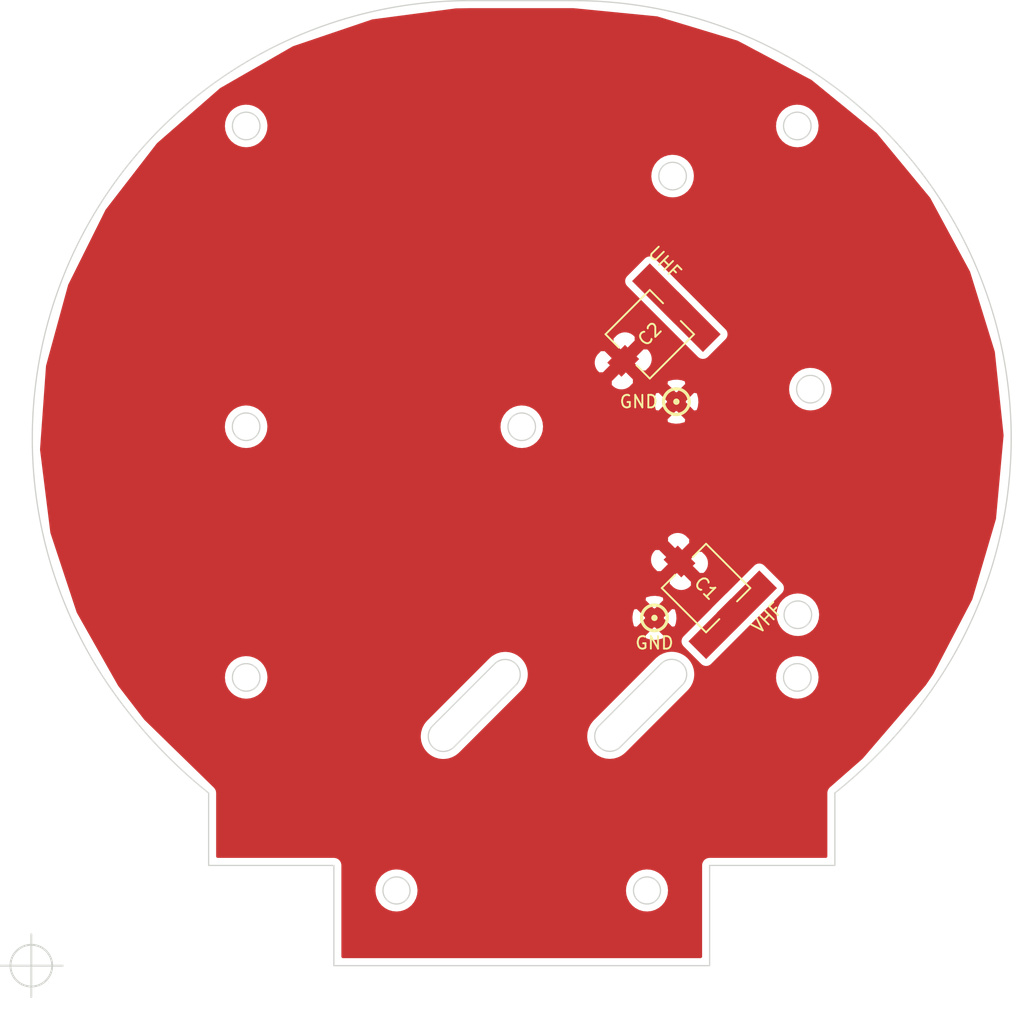
<source format=kicad_pcb>
(kicad_pcb (version 4) (host pcbnew no-vcs-found-product)

  (general
    (links 6)
    (no_connects 1)
    (area 115.279389 46.699999 193.532021 123.800001)
    (thickness 1.6)
    (drawings 139)
    (tracks 0)
    (zones 0)
    (modules 6)
    (nets 3)
  )

  (page A4)
  (layers
    (0 F.Cu signal hide)
    (31 B.Cu signal hide)
    (32 B.Adhes user hide)
    (33 F.Adhes user hide)
    (34 B.Paste user hide)
    (35 F.Paste user hide)
    (36 B.SilkS user hide)
    (37 F.SilkS user hide)
    (38 B.Mask user hide)
    (39 F.Mask user hide)
    (40 Dwgs.User user)
    (41 Cmts.User user hide)
    (42 Eco1.User user hide)
    (43 Eco2.User user hide)
    (44 Edge.Cuts user)
    (45 Margin user hide)
    (46 B.CrtYd user hide)
    (47 F.CrtYd user hide)
    (48 B.Fab user hide)
    (49 F.Fab user hide)
  )

  (setup
    (last_trace_width 0.25)
    (trace_clearance 0.2)
    (zone_clearance 0.55)
    (zone_45_only no)
    (trace_min 0.2)
    (segment_width 0.2)
    (edge_width 0.15)
    (via_size 0.6)
    (via_drill 0.4)
    (via_min_size 0.4)
    (via_min_drill 0.3)
    (uvia_size 0.3)
    (uvia_drill 0.1)
    (uvias_allowed no)
    (uvia_min_size 0.2)
    (uvia_min_drill 0.1)
    (pcb_text_width 0.3)
    (pcb_text_size 1.5 1.5)
    (mod_edge_width 0.15)
    (mod_text_size 1 1)
    (mod_text_width 0.15)
    (pad_size 2 1.6)
    (pad_drill 0)
    (pad_to_mask_clearance 0.2)
    (aux_axis_origin 115.25 123.75)
    (grid_origin 115.25 123.75)
    (visible_elements FFFFEF7F)
    (pcbplotparams
      (layerselection 0x00000_7fffffff)
      (usegerberextensions false)
      (excludeedgelayer false)
      (linewidth 0.100000)
      (plotframeref false)
      (viasonmask false)
      (mode 1)
      (useauxorigin false)
      (hpglpennumber 1)
      (hpglpenspeed 20)
      (hpglpendiameter 15)
      (psnegative false)
      (psa4output false)
      (plotreference true)
      (plotvalue true)
      (plotinvisibletext false)
      (padsonsilk false)
      (subtractmaskfromsilk false)
      (outputformat 5)
      (mirror false)
      (drillshape 2)
      (scaleselection 1)
      (outputdirectory ""))
  )

  (net 0 "")
  (net 1 VCOM)
  (net 2 GND)

  (net_class Default "This is the default net class."
    (clearance 0.2)
    (trace_width 0.25)
    (via_dia 0.6)
    (via_drill 0.4)
    (uvia_dia 0.3)
    (uvia_drill 0.1)
    (add_net GND)
    (add_net VCOM)
  )

  (module w_details:testpoint_1mm5 (layer F.Cu) (tedit 56F45B7C) (tstamp 56F4345D)
    (at 165 96)
    (descr "TestPoint 1.5mm")
    (path /56F4377B)
    (fp_text reference GND (at 0 2) (layer F.SilkS)
      (effects (font (size 1 1) (thickness 0.15)))
    )
    (fp_text value RFSHL-145 (at 3 3) (layer F.SilkS) hide
      (effects (font (thickness 0.3048)))
    )
    (fp_circle (center 0 0) (end 0.127 0) (layer F.SilkS) (width 0.254))
    (fp_circle (center 0 0) (end 0.889 0.508) (layer F.SilkS) (width 0.254))
    (pad 1 smd circle (at 0 0) (size 1.50114 1.50114) (layers F.Cu F.Paste F.Mask)
      (net 2 GND))
    (model walter/details/testpoint.wrl
      (at (xyz 0 0 0))
      (scale (xyz 1 1 1))
      (rotate (xyz 0 0 0))
    )
  )

  (module murata-dzb4-b:murata-dzb4-b (layer F.Cu) (tedit 56F4518B) (tstamp 56F2F634)
    (at 169.12132 93.62132 315)
    (path /56F4375E)
    (fp_text reference C1 (at 0 0 315) (layer F.SilkS)
      (effects (font (size 1 1) (thickness 0.15)))
    )
    (fp_text value CTRIM (at 0 -3.5 315) (layer F.Fab)
      (effects (font (size 1 1) (thickness 0.15)))
    )
    (fp_line (start 2.5 2.5) (end 2.5 1) (layer F.SilkS) (width 0.15))
    (fp_line (start -2.5 2.5) (end 2.5 2.5) (layer F.SilkS) (width 0.15))
    (fp_line (start -2.5 1) (end -2.5 2.5) (layer F.SilkS) (width 0.15))
    (fp_line (start 2.5 -2.5) (end 2.5 -1) (layer F.SilkS) (width 0.15))
    (fp_line (start -2.5 -2.5) (end 2.5 -2.5) (layer F.SilkS) (width 0.15))
    (fp_line (start -2.5 -1) (end -2.5 -2.5) (layer F.SilkS) (width 0.15))
    (pad 1 smd rect (at 3 0 315) (size 2 1.6) (layers F.Cu F.Paste F.Mask)
      (net 1 VCOM))
    (pad 2 smd rect (at -3 0 315) (size 2 1.6) (layers F.Cu F.Paste F.Mask)
      (net 2 GND))
  )

  (module w_details:testpoint_1mm5 (layer F.Cu) (tedit 56F45B74) (tstamp 56F43467)
    (at 166.75 78.75)
    (descr "TestPoint 1.5mm")
    (path /56F4333B)
    (fp_text reference GND (at -3 0) (layer F.SilkS)
      (effects (font (size 1 1) (thickness 0.15)))
    )
    (fp_text value RFSHL-437 (at 4.318 0) (layer F.SilkS) hide
      (effects (font (thickness 0.3048)))
    )
    (fp_circle (center 0 0) (end 0.127 0) (layer F.SilkS) (width 0.254))
    (fp_circle (center 0 0) (end 0.889 0.508) (layer F.SilkS) (width 0.254))
    (pad 1 smd circle (at 0 0) (size 1.50114 1.50114) (layers F.Cu F.Paste F.Mask)
      (net 2 GND))
    (model walter/details/testpoint.wrl
      (at (xyz 0 0 0))
      (scale (xyz 1 1 1))
      (rotate (xyz 0 0 0))
    )
  )

  (module murata-dzb4-b:murata-dzb4-b (layer F.Cu) (tedit 56F2EDBC) (tstamp 56F43458)
    (at 164.62868 73.37132 45)
    (path /56F2F44D)
    (fp_text reference C2 (at 0 0 45) (layer F.SilkS)
      (effects (font (size 1 1) (thickness 0.15)))
    )
    (fp_text value CTRIM (at 0 -3.5 45) (layer F.Fab)
      (effects (font (size 1 1) (thickness 0.15)))
    )
    (fp_line (start 2.5 2.5) (end 2.5 1) (layer F.SilkS) (width 0.15))
    (fp_line (start -2.5 2.5) (end 2.5 2.5) (layer F.SilkS) (width 0.15))
    (fp_line (start -2.5 1) (end -2.5 2.5) (layer F.SilkS) (width 0.15))
    (fp_line (start 2.5 -2.5) (end 2.5 -1) (layer F.SilkS) (width 0.15))
    (fp_line (start -2.5 -2.5) (end 2.5 -2.5) (layer F.SilkS) (width 0.15))
    (fp_line (start -2.5 -1) (end -2.5 -2.5) (layer F.SilkS) (width 0.15))
    (pad 1 smd rect (at 3 0 45) (size 2 1.6) (layers F.Cu F.Paste F.Mask)
      (net 1 VCOM))
    (pad 2 smd rect (at -3 0 45) (size 2 1.6) (layers F.Cu F.Paste F.Mask)
      (net 2 GND))
  )

  (module rfstrip:rfstrip-144 (layer F.Cu) (tedit 56F45B67) (tstamp 56F2F639)
    (at 171.25 95.75 45)
    (path /56F43765)
    (fp_text reference VHF (at 1.767767 2.12132 45) (layer F.SilkS)
      (effects (font (size 1 1) (thickness 0.15)))
    )
    (fp_text value RFSTR-145 (at -4.5 -1.9 45) (layer F.Fab)
      (effects (font (size 1 1) (thickness 0.15)))
    )
    (pad 1 smd rect (at 0 0 45) (size 8 2) (layers F.Cu F.Paste F.Mask)
      (net 1 VCOM))
  )

  (module rfstrip:rfstrip-144 (layer F.Cu) (tedit 56F45B60) (tstamp 56F43462)
    (at 166.75 71.25 135)
    (path /56F2F4A2)
    (fp_text reference UHF (at 3.2 1.9 135) (layer F.SilkS)
      (effects (font (size 1 1) (thickness 0.15)))
    )
    (fp_text value RFSTR-437 (at -4.5 -1.9 135) (layer F.Fab)
      (effects (font (size 1 1) (thickness 0.15)))
    )
    (pad 1 smd rect (at 0 0 135) (size 8 2) (layers F.Cu F.Paste F.Mask)
      (net 1 VCOM))
  )

  (gr_circle (center 166.45 60.75) (end 167.55 60.75) (layer Edge.Cuts) (width 0.1) (tstamp 56FC31CC))
  (gr_line (start 139.4249 123.7547) (end 149.4249 123.7547) (layer Dwgs.User) (width 0.1))
  (gr_circle (center 144.4249 117.7547) (end 145.4249 117.7547) (layer Dwgs.User) (width 0.1))
  (gr_line (start 139.4249 128.3547) (end 149.4249 128.3547) (layer Dwgs.User) (width 0.1))
  (gr_line (start 159.4249 123.7547) (end 169.4249 123.7547) (layer Dwgs.User) (width 0.1))
  (gr_circle (center 164.4249 117.7547) (end 165.4249 117.7547) (layer Dwgs.User) (width 0.1))
  (gr_arc (start 132.4249 100.7547) (end 131.3249 100.7547) (angle -119.2055) (layer Dwgs.User) (width 0.1))
  (gr_circle (center 164.4249 117.7547) (end 165.5049 117.7547) (layer Dwgs.User) (width 0.1))
  (gr_circle (center 132.4249 56.7547) (end 133.5249 56.7547) (layer Dwgs.User) (width 0.1))
  (gr_arc (start 166.3746 100.5021) (end 167.223128 101.350628) (angle -180) (layer Dwgs.User) (width 0.1))
  (gr_line (start 162.27343 106.3003) (end 167.2232 101.3506) (layer Dwgs.User) (width 0.1))
  (gr_line (start 169.4249 123.7547) (end 139.4249 123.7547) (layer Dwgs.User) (width 0.1))
  (gr_line (start 139.4249 115.7547) (end 129.4249 115.7547) (layer Dwgs.User) (width 0.1))
  (gr_line (start 169.4249 115.7547) (end 179.4249 115.7547) (layer Dwgs.User) (width 0.1))
  (gr_arc (start 154.4249 78.7547) (end 179.424907 109.979685) (angle -16.2182) (layer Dwgs.User) (width 0.1))
  (gr_line (start 129.4249 115.7547) (end 129.4249 109.9797) (layer Dwgs.User) (width 0.1))
  (gr_line (start 179.4249 115.7547) (end 179.4249 109.9797) (layer Dwgs.User) (width 0.1))
  (gr_arc (start 150.26917 81.67532) (end 150.26917 46.75472) (angle -125.1) (layer Dwgs.User) (width 0.1))
  (gr_arc (start 158.5806 81.67534) (end 187.151019 101.754669) (angle -125.0996) (layer Dwgs.User) (width 0.1))
  (gr_arc (start 154.4249 78.7547) (end 121.698911 101.75491) (angle -16.218) (layer Dwgs.User) (width 0.1))
  (gr_line (start 131.2702 78.7547) (end 130.1155 80.7547) (layer Dwgs.User) (width 0.1))
  (gr_line (start 175.8272 93.524) (end 174.1942 95.157) (layer Dwgs.User) (width 0.1))
  (gr_line (start 174.7919 97.3877) (end 177.0226 97.9854) (layer Dwgs.User) (width 0.1))
  (gr_line (start 167.5796 62.7547) (end 168.7343 60.7547) (layer Dwgs.User) (width 0.1))
  (gr_line (start 164.1155 60.7547) (end 165.2702 62.7547) (layer Dwgs.User) (width 0.1))
  (gr_circle (center 132.4249 80.7547) (end 133.5249 80.7547) (layer Dwgs.User) (width 0.1))
  (gr_circle (center 166.4249 60.7547) (end 167.5249 60.7547) (layer Dwgs.User) (width 0.1))
  (gr_circle (center 176.4249 56.7547) (end 177.4749 56.7547) (layer Dwgs.User) (width 0.1))
  (gr_circle (center 132.4249 56.7547) (end 133.4749 56.7547) (layer Dwgs.User) (width 0.1))
  (gr_arc (start 132.4249 100.7547) (end 131.3749 100.7547) (angle -118.4698) (layer Dwgs.User) (width 0.1))
  (gr_arc (start 132.4249 100.7547) (end 131.553612 100.168733) (angle -33.922) (layer Dwgs.User) (width 0.1))
  (gr_line (start 161.42494 103.7547) (end 164.8191 103.7547) (layer Dwgs.User) (width 0.1))
  (gr_line (start 148.13134 103.7547) (end 151.52545 103.7547) (layer Dwgs.User) (width 0.1))
  (gr_line (start 179.4249 78.909401) (end 179.4249 76.6) (layer Dwgs.User) (width 0.1))
  (gr_line (start 130.1155 80.7547) (end 131.2702 82.7547) (layer Dwgs.User) (width 0.1))
  (gr_arc (start 154.4249 80.7547) (end 181.339206 67.502525) (angle -76.1001) (layer Dwgs.User) (width 0.1))
  (gr_line (start 147.28276 104.6033) (end 165.209 86.67705) (layer Dwgs.User) (width 0.1))
  (gr_arc (start 156.67929 78.147335) (end 165.208963 86.677038) (angle -25.1394) (layer Dwgs.User) (width 0.1))
  (gr_line (start 168.0246 82.24549) (end 165.6733 81.39615) (layer Dwgs.User) (width 0.1))
  (gr_line (start 167.9002 88.9002) (end 172.85 93.85) (layer Dwgs.User) (width 0.1))
  (gr_line (start 165.6733 81.39615) (end 159.48828 75.2111) (layer Dwgs.User) (width 0.1))
  (gr_arc (start 176.4249 100.7547) (end 175.924367 101.67772) (angle -152.3925) (layer Dwgs.User) (width 0.1))
  (gr_line (start 163.2333 93.5671) (end 167.9002 88.9002) (layer Dwgs.User) (width 0.1))
  (gr_line (start 165.1451 69.55425) (end 159.48828 75.2111) (layer Dwgs.User) (width 0.1))
  (gr_line (start 162.63699 96.4615) (end 163.2333 93.5671) (layer Dwgs.User) (width 0.1))
  (gr_arc (start 156.67929 78.147335) (end 165.208993 69.617662) (angle -0.4274) (layer Dwgs.User) (width 0.1))
  (gr_line (start 165.6776 99.5021) (end 162.63699 96.4615) (layer Dwgs.User) (width 0.1))
  (gr_line (start 165.209 69.61765) (end 161.67348 66.0821) (layer Dwgs.User) (width 0.1))
  (gr_circle (center 177.4249 77.7547) (end 178.5249 77.7547) (layer Dwgs.User) (width 0.1))
  (gr_circle (center 176.4249 95.7547) (end 177.5249 95.7547) (layer Dwgs.User) (width 0.1))
  (gr_circle (center 154.4249 80.7547) (end 155.5249 80.7547) (layer Dwgs.User) (width 0.1))
  (gr_line (start 175.4249 78.909401) (end 177.4249 80.0641) (layer Dwgs.User) (width 0.1))
  (gr_line (start 175.4249 76.6) (end 175.4249 78.909401) (layer Dwgs.User) (width 0.1))
  (gr_line (start 177.4249 75.4453) (end 175.4249 76.6) (layer Dwgs.User) (width 0.1))
  (gr_line (start 179.4249 76.6) (end 177.4249 75.4453) (layer Dwgs.User) (width 0.1))
  (gr_line (start 152.1155 80.7547) (end 153.2702 82.7547) (layer Dwgs.User) (width 0.1))
  (gr_arc (start 156.67929 78.147335) (end 166.906016 88.374097) (angle -82.854) (layer Dwgs.User) (width 0.1))
  (gr_arc (start 166.8354 70.25411) (end 168.098794 69.272212) (angle -97.146) (layer Dwgs.User) (width 0.1))
  (gr_line (start 166.906 88.37411) (end 148.97982 106.3003) (layer Dwgs.User) (width 0.1))
  (gr_line (start 165.704 69.12268) (end 148.02632 51.445) (layer Dwgs.User) (width 0.1))
  (gr_arc (start 148.13129 105.4518) (end 147.282762 104.603272) (angle -180) (layer Dwgs.User) (width 0.1))
  (gr_line (start 159.4249 128.3547) (end 169.4249 128.3547) (layer Dwgs.User) (width 0.1))
  (gr_arc (start 176.4249 100.7547) (end 175.888154 101.714858) (angle -153.8642) (layer Dwgs.User) (width 0.1))
  (gr_circle (center 166.4249 60.7547) (end 167.5249 60.7547) (layer Dwgs.User) (width 0.1))
  (gr_circle (center 176.4249 56.7547) (end 177.5249 56.7547) (layer Dwgs.User) (width 0.1))
  (gr_arc (start 132.4249 100.7547) (end 131.520083 100.129156) (angle -34.658) (layer Dwgs.User) (width 0.1))
  (gr_line (start 160.57637 104.6033) (end 165.6776 99.5021) (layer Dwgs.User) (width 0.1))
  (gr_arc (start 146.25857 81.49706) (end 161.673471 66.082105) (angle -140.1939) (layer Dwgs.User) (width 0.1))
  (gr_arc (start 161.4249 105.4518) (end 160.576372 104.603272) (angle -180) (layer Dwgs.User) (width 0.1))
  (gr_arc (start 154.4249 80.7547) (end 124.548083 83.470549) (angle -84.806) (layer Dwgs.User) (width 0.1))
  (gr_line (start 162.27343 106.3003) (end 170.1677 98.4061) (layer Dwgs.User) (width 0.1))
  (gr_line (start 165.2702 58.7547) (end 164.1155 60.7547) (layer Dwgs.User) (width 0.1))
  (gr_line (start 153.2702 78.7547) (end 152.1155 80.7547) (layer Dwgs.User) (width 0.1))
  (gr_line (start 155.5796 78.7547) (end 153.2702 78.7547) (layer Dwgs.User) (width 0.1))
  (gr_line (start 156.7343 80.7547) (end 155.5796 78.7547) (layer Dwgs.User) (width 0.1))
  (gr_line (start 155.5796 82.7547) (end 156.7343 80.7547) (layer Dwgs.User) (width 0.1))
  (gr_line (start 153.2702 82.7547) (end 155.5796 82.7547) (layer Dwgs.User) (width 0.1))
  (gr_line (start 174.7919 97.3877) (end 177.0226 97.9854) (layer Dwgs.User) (width 0.1))
  (gr_line (start 167.5796 58.7547) (end 165.2702 58.7547) (layer Dwgs.User) (width 0.1))
  (gr_line (start 168.7343 60.7547) (end 167.5796 58.7547) (layer Dwgs.User) (width 0.1))
  (gr_line (start 167.5796 62.7547) (end 168.7343 60.7547) (layer Dwgs.User) (width 0.1))
  (gr_line (start 165.2702 62.7547) (end 167.5796 62.7547) (layer Dwgs.User) (width 0.1))
  (gr_line (start 164.1155 60.7547) (end 165.2702 62.7547) (layer Dwgs.User) (width 0.1))
  (gr_line (start 139.4249 123.7547) (end 139.4249 115.7547) (layer Dwgs.User) (width 0.1))
  (gr_line (start 179.4249 78.909401) (end 179.4249 76.6) (layer Dwgs.User) (width 0.1))
  (gr_line (start 177.4249 80.0641) (end 179.4249 78.909401) (layer Dwgs.User) (width 0.1))
  (gr_line (start 130.1155 80.7547) (end 131.2702 82.7547) (layer Dwgs.User) (width 0.1))
  (gr_line (start 131.2702 78.7547) (end 130.1155 80.7547) (layer Dwgs.User) (width 0.1))
  (gr_line (start 133.5796 78.7547) (end 131.2702 78.7547) (layer Dwgs.User) (width 0.1))
  (gr_line (start 134.7343 80.7547) (end 133.5796 78.7547) (layer Dwgs.User) (width 0.1))
  (gr_line (start 133.5796 82.7547) (end 134.7343 80.7547) (layer Dwgs.User) (width 0.1))
  (gr_line (start 169.4249 123.7547) (end 169.4249 115.7547) (layer Dwgs.User) (width 0.1))
  (gr_arc (start 161.4249 105.4518) (end 160.576372 104.603272) (angle -180) (layer Dwgs.User) (width 0.1))
  (gr_arc (start 148.13129 105.4518) (end 147.282762 104.603272) (angle -180) (layer Dwgs.User) (width 0.1))
  (gr_arc (start 153.08104 100.5021) (end 153.929568 101.350628) (angle -180) (layer Dwgs.User) (width 0.1))
  (gr_circle (center 144.4249 117.7547) (end 145.5049 117.7547) (layer Dwgs.User) (width 0.1))
  (gr_line (start 150.26918 46.7547) (end 158.5806 46.7547) (layer Dwgs.User) (width 0.1))
  (gr_line (start 131.2702 82.7547) (end 133.5796 82.7547) (layer Dwgs.User) (width 0.1))
  (gr_line (start 174.1942 95.157) (end 174.7919 97.3877) (layer Dwgs.User) (width 0.1))
  (gr_line (start 175.8272 93.524) (end 174.1942 95.157) (layer Dwgs.User) (width 0.1))
  (gr_line (start 178.0579 94.1217) (end 175.8272 93.524) (layer Dwgs.User) (width 0.1))
  (gr_line (start 178.6556 96.3524) (end 178.0579 94.1217) (layer Dwgs.User) (width 0.1))
  (gr_line (start 177.0226 97.9854) (end 178.6556 96.3524) (layer Dwgs.User) (width 0.1))
  (gr_arc (start 154.4249 80.7547) (end 154.4249 110.7547) (angle -84.97952) (layer Dwgs.User) (width 0.1))
  (gr_arc (start 169.7257 97.9641) (end 170.167648 98.406048) (angle -90) (layer Dwgs.User) (width 0.1))
  (gr_line (start 170.1677 97.5222) (end 184.3098 83.38006) (layer Dwgs.User) (width 0.1))
  (gr_arc (start 164.6296 75.73008) (end 177.799747 88.900227) (angle -71.2149) (layer Dwgs.User) (width 0.1))
  (gr_line (start 172.85 93.85) (end 177.7997 88.9002) (layer Dwgs.User) (width 0.1))
  (gr_circle (center 132.4 80.75) (end 133.5 80.75) (layer Edge.Cuts) (width 0.1) (tstamp 56FA64F7))
  (target plus (at 115.25 123.75) (size 5) (width 0.15) (layer Edge.Cuts))
  (gr_line (start 169.40572 115.75) (end 179.40572 115.75) (layer Edge.Cuts) (width 0.1))
  (gr_circle (center 176.45 95.75) (end 177.55 95.75) (layer Edge.Cuts) (width 0.1))
  (gr_circle (center 177.45 77.75) (end 178.55 77.75) (layer Edge.Cuts) (width 0.1))
  (gr_arc (start 166.38092 100.5019) (end 167.229448 101.350428) (angle -180) (layer Edge.Cuts) (width 0.1))
  (gr_line (start 162.27969 106.3001) (end 167.22942 101.3504) (layer Edge.Cuts) (width 0.1))
  (gr_line (start 139.40572 123.75) (end 139.40572 115.75) (layer Edge.Cuts) (width 0.1))
  (gr_line (start 169.40572 123.75) (end 139.40572 123.75) (layer Edge.Cuts) (width 0.1))
  (gr_line (start 139.40572 115.75) (end 129.40572 115.75) (layer Edge.Cuts) (width 0.1))
  (gr_line (start 169.40572 123.75) (end 169.40572 115.75) (layer Edge.Cuts) (width 0.1))
  (gr_arc (start 154.40572 78.75) (end 121.679731 101.75021) (angle -16.218) (layer Edge.Cuts) (width 0.1))
  (gr_arc (start 154.40572 78.75) (end 179.405727 109.974985) (angle -16.2182) (layer Edge.Cuts) (width 0.1))
  (gr_arc (start 148.14116 105.4616) (end 147.292632 104.613072) (angle -180) (layer Edge.Cuts) (width 0.1))
  (gr_line (start 147.29263 104.6131) (end 152.24242 99.6633) (layer Edge.Cuts) (width 0.1))
  (gr_circle (center 132.40572 56.75) (end 133.50572 56.75) (layer Edge.Cuts) (width 0.1))
  (gr_circle (center 144.40572 117.75) (end 145.48572 117.75) (layer Edge.Cuts) (width 0.1))
  (gr_line (start 129.40572 115.75) (end 129.40572 109.975) (layer Edge.Cuts) (width 0.1))
  (gr_line (start 179.40572 115.75) (end 179.40572 109.975) (layer Edge.Cuts) (width 0.1))
  (gr_line (start 148.98969 106.3101) (end 153.93942 101.3604) (layer Edge.Cuts) (width 0.1))
  (gr_arc (start 153.09092 100.5119) (end 153.939448 101.360428) (angle -180) (layer Edge.Cuts) (width 0.1))
  (gr_circle (center 132.40572 100.75) (end 133.50572 100.75) (layer Edge.Cuts) (width 0.1))
  (gr_circle (center 176.40572 100.75) (end 177.50572 100.75) (layer Edge.Cuts) (width 0.1))
  (gr_arc (start 150.24999 81.67062) (end 150.24999 46.75002) (angle -125.1) (layer Edge.Cuts) (width 0.1))
  (gr_arc (start 158.56142 81.67064) (end 187.131839 101.749969) (angle -125.0996) (layer Edge.Cuts) (width 0.1))
  (gr_circle (center 154.40572 80.75) (end 155.50572 80.75) (layer Edge.Cuts) (width 0.1))
  (gr_circle (center 176.40572 56.75) (end 177.50572 56.75) (layer Edge.Cuts) (width 0.1))
  (gr_line (start 160.58263 104.6031) (end 165.53242 99.6533) (layer Edge.Cuts) (width 0.1))
  (gr_arc (start 161.43116 105.4516) (end 160.582632 104.603072) (angle -180) (layer Edge.Cuts) (width 0.1))
  (gr_circle (center 164.40572 117.75) (end 165.48572 117.75) (layer Edge.Cuts) (width 0.1))
  (gr_line (start 150.25 46.75) (end 158.56142 46.75) (layer Edge.Cuts) (width 0.1))

  (zone (net 2) (net_name GND) (layer F.Cu) (tstamp 0) (hatch edge 0.508)
    (connect_pads (clearance 0.55))
    (min_thickness 0.254)
    (fill yes (mode segment) (arc_segments 32) (thermal_gap 1) (thermal_bridge_width 1))
    (polygon
      (pts
        (xy 115.25 46.75) (xy 193.5 46.75) (xy 193.5 123.75) (xy 115.25 123.75)
      )
    )
    (filled_polygon
      (pts
        (xy 165.202314 48.131671) (xy 171.590257 50.060305) (xy 177.48194 53.192969) (xy 182.652945 57.410337) (xy 186.906308 62.55177)
        (xy 190.080026 68.421437) (xy 192.053209 74.795763) (xy 192.750701 81.431947) (xy 192.145933 88.077229) (xy 190.261943 94.478479)
        (xy 187.156735 100.418195) (xy 186.55339 101.307665) (xy 181.523656 107.155352) (xy 178.926943 109.427907) (xy 178.91294 109.442815)
        (xy 178.897065 109.455578) (xy 178.864545 109.494334) (xy 178.8298 109.531322) (xy 178.81897 109.548647) (xy 178.805862 109.564269)
        (xy 178.781463 109.608652) (xy 178.754594 109.651636) (xy 178.747343 109.670716) (xy 178.737509 109.688604) (xy 178.72218 109.736928)
        (xy 178.704189 109.784267) (xy 178.700786 109.80437) (xy 178.694607 109.823848) (xy 178.688949 109.874289) (xy 178.680506 109.924162)
        (xy 178.681071 109.944518) (xy 178.678791 109.964849) (xy 178.67872 109.975) (xy 178.67872 115.023) (xy 169.40572 115.023)
        (xy 169.337653 115.029674) (xy 169.269494 115.035877) (xy 169.267046 115.036598) (xy 169.264512 115.036846) (xy 169.19908 115.056601)
        (xy 169.133381 115.075937) (xy 169.13112 115.077119) (xy 169.128682 115.077855) (xy 169.068277 115.109973) (xy 169.007642 115.141672)
        (xy 169.005657 115.143268) (xy 169.003404 115.144466) (xy 168.950366 115.187723) (xy 168.897065 115.230578) (xy 168.895426 115.232531)
        (xy 168.893451 115.234142) (xy 168.849877 115.286814) (xy 168.805862 115.339269) (xy 168.804632 115.341506) (xy 168.80301 115.343467)
        (xy 168.770472 115.403645) (xy 168.737509 115.463604) (xy 168.736739 115.46603) (xy 168.735525 115.468276) (xy 168.715273 115.5337)
        (xy 168.694607 115.598848) (xy 168.694323 115.60138) (xy 168.693569 115.603816) (xy 168.686418 115.671849) (xy 168.678791 115.739849)
        (xy 168.678757 115.744747) (xy 168.678738 115.744925) (xy 168.678754 115.745104) (xy 168.67872 115.75) (xy 168.67872 123.023)
        (xy 140.13272 123.023) (xy 140.13272 117.77523) (xy 142.598896 117.77523) (xy 142.638207 118.125696) (xy 142.744842 118.461853)
        (xy 142.91474 118.770895) (xy 143.141428 119.041052) (xy 143.416273 119.262033) (xy 143.728806 119.425421) (xy 144.067122 119.524993)
        (xy 144.418335 119.556956) (xy 144.769068 119.520092) (xy 145.105961 119.415807) (xy 145.416182 119.248071) (xy 145.687914 119.023274)
        (xy 145.910809 118.749979) (xy 146.076375 118.438594) (xy 146.178306 118.100981) (xy 146.210246 117.77523) (xy 162.598896 117.77523)
        (xy 162.638207 118.125696) (xy 162.744842 118.461853) (xy 162.91474 118.770895) (xy 163.141428 119.041052) (xy 163.416273 119.262033)
        (xy 163.728806 119.425421) (xy 164.067122 119.524993) (xy 164.418335 119.556956) (xy 164.769068 119.520092) (xy 165.105961 119.415807)
        (xy 165.416182 119.248071) (xy 165.687914 119.023274) (xy 165.910809 118.749979) (xy 166.076375 118.438594) (xy 166.178306 118.100981)
        (xy 166.21272 117.75) (xy 166.212015 117.699546) (xy 166.167815 117.349662) (xy 166.056497 117.015027) (xy 165.882301 116.708387)
        (xy 165.651863 116.441421) (xy 165.373959 116.224299) (xy 165.059176 116.065291) (xy 164.719502 115.970452) (xy 164.367877 115.943396)
        (xy 164.017693 115.985153) (xy 163.682289 116.094133) (xy 163.374441 116.266183) (xy 163.105873 116.494752) (xy 162.886816 116.771133)
        (xy 162.725614 117.084799) (xy 162.628406 117.423802) (xy 162.598896 117.77523) (xy 146.210246 117.77523) (xy 146.21272 117.75)
        (xy 146.212015 117.699546) (xy 146.167815 117.349662) (xy 146.056497 117.015027) (xy 145.882301 116.708387) (xy 145.651863 116.441421)
        (xy 145.373959 116.224299) (xy 145.059176 116.065291) (xy 144.719502 115.970452) (xy 144.367877 115.943396) (xy 144.017693 115.985153)
        (xy 143.682289 116.094133) (xy 143.374441 116.266183) (xy 143.105873 116.494752) (xy 142.886816 116.771133) (xy 142.725614 117.084799)
        (xy 142.628406 117.423802) (xy 142.598896 117.77523) (xy 140.13272 117.77523) (xy 140.13272 115.75) (xy 140.126046 115.681933)
        (xy 140.119843 115.613774) (xy 140.119122 115.611326) (xy 140.118874 115.608792) (xy 140.099119 115.54336) (xy 140.079783 115.477661)
        (xy 140.078601 115.4754) (xy 140.077865 115.472962) (xy 140.045747 115.412557) (xy 140.014048 115.351922) (xy 140.012452 115.349937)
        (xy 140.011254 115.347684) (xy 139.967997 115.294646) (xy 139.925142 115.241345) (xy 139.923189 115.239706) (xy 139.921578 115.237731)
        (xy 139.868906 115.194157) (xy 139.816451 115.150142) (xy 139.814214 115.148912) (xy 139.812253 115.14729) (xy 139.752075 115.114752)
        (xy 139.692116 115.081789) (xy 139.68969 115.081019) (xy 139.687444 115.079805) (xy 139.62202 115.059553) (xy 139.556872 115.038887)
        (xy 139.55434 115.038603) (xy 139.551904 115.037849) (xy 139.483871 115.030698) (xy 139.415871 115.023071) (xy 139.410973 115.023037)
        (xy 139.410795 115.023018) (xy 139.410616 115.023034) (xy 139.40572 115.023) (xy 130.13272 115.023) (xy 130.13272 109.975)
        (xy 130.132702 109.974816) (xy 130.132821 109.973575) (xy 130.121236 109.857877) (xy 130.118874 109.833792) (xy 130.118799 109.833544)
        (xy 130.118684 109.832395) (xy 130.087407 109.729566) (xy 130.077865 109.697962) (xy 130.077699 109.697649) (xy 130.077395 109.696651)
        (xy 130.031575 109.610902) (xy 130.011254 109.572684) (xy 130.010961 109.572324) (xy 130.010526 109.571511) (xy 129.955858 109.504762)
        (xy 129.921578 109.462731) (xy 129.921131 109.462362) (xy 129.920624 109.461742) (xy 129.913406 109.454604) (xy 125.766966 105.410803)
        (xy 146.216993 105.410803) (xy 146.217683 105.476637) (xy 146.217452 105.542581) (xy 146.218478 105.552681) (xy 146.243771 105.78551)
        (xy 146.257248 105.85002) (xy 146.269818 105.91469) (xy 146.272786 105.924398) (xy 146.342821 106.14788) (xy 146.368564 106.208526)
        (xy 146.393463 106.269539) (xy 146.39826 106.278485) (xy 146.510369 106.484108) (xy 146.547404 106.538603) (xy 146.583678 106.593616)
        (xy 146.590121 106.60146) (xy 146.740034 106.781391) (xy 146.786953 106.827659) (xy 146.833217 106.874573) (xy 146.841061 106.881017)
        (xy 147.023068 107.028403) (xy 147.078072 107.064671) (xy 147.132572 107.101709) (xy 147.141518 107.106506) (xy 147.348686 107.215734)
        (xy 147.409661 107.240617) (xy 147.47035 107.266378) (xy 147.480058 107.269346) (xy 147.704496 107.336253) (xy 147.769148 107.34882)
        (xy 147.833673 107.3623) (xy 147.843773 107.363326) (xy 148.076932 107.385366) (xy 148.142838 107.385136) (xy 148.20871 107.385826)
        (xy 148.218816 107.38487) (xy 148.218818 107.38487) (xy 148.451816 107.361203) (xy 148.51637 107.348186) (xy 148.581175 107.336059)
        (xy 148.590903 107.333159) (xy 148.814868 107.264686) (xy 148.875691 107.239368) (xy 148.936878 107.214894) (xy 148.945858 107.21016)
        (xy 149.152259 107.099489) (xy 149.20701 107.062836) (xy 149.262275 107.026946) (xy 149.270164 107.020558) (xy 149.451138 106.871905)
        (xy 149.47283 106.850213) (xy 149.496527 106.831296) (xy 149.503755 106.824168) (xy 150.927128 105.400803) (xy 159.506993 105.400803)
        (xy 159.507683 105.466637) (xy 159.507452 105.532581) (xy 159.508478 105.542681) (xy 159.533771 105.77551) (xy 159.547248 105.84002)
        (xy 159.559818 105.90469) (xy 159.562786 105.914398) (xy 159.632821 106.13788) (xy 159.658564 106.198526) (xy 159.683463 106.259539)
        (xy 159.68826 106.268485) (xy 159.800369 106.474108) (xy 159.837404 106.528603) (xy 159.873678 106.583616) (xy 159.880121 106.59146)
        (xy 160.030034 106.771391) (xy 160.076953 106.817659) (xy 160.123217 106.864573) (xy 160.131061 106.871017) (xy 160.313068 107.018403)
        (xy 160.368072 107.054671) (xy 160.422572 107.091709) (xy 160.431518 107.096506) (xy 160.638686 107.205734) (xy 160.699661 107.230617)
        (xy 160.76035 107.256378) (xy 160.770058 107.259346) (xy 160.994496 107.326253) (xy 161.059148 107.33882) (xy 161.123673 107.3523)
        (xy 161.133773 107.353326) (xy 161.366932 107.375366) (xy 161.432838 107.375136) (xy 161.49871 107.375826) (xy 161.508816 107.37487)
        (xy 161.508818 107.37487) (xy 161.741816 107.351203) (xy 161.80637 107.338186) (xy 161.871175 107.326059) (xy 161.880903 107.323159)
        (xy 162.104868 107.254686) (xy 162.165691 107.229368) (xy 162.226878 107.204894) (xy 162.235858 107.20016) (xy 162.442259 107.089489)
        (xy 162.49701 107.052836) (xy 162.552275 107.016946) (xy 162.560164 107.010558) (xy 162.741138 106.861905) (xy 162.76283 106.840213)
        (xy 162.786527 106.821296) (xy 162.793755 106.814168) (xy 167.739741 101.868212) (xy 167.739904 101.86808) (xy 167.747082 101.860903)
        (xy 167.758847 101.848973) (xy 167.779637 101.8233) (xy 167.802989 101.799948) (xy 167.809378 101.792059) (xy 167.95549 101.609028)
        (xy 167.991382 101.553759) (xy 168.028033 101.49901) (xy 168.032768 101.490031) (xy 168.140545 101.282105) (xy 168.165004 101.220953)
        (xy 168.190336 101.160095) (xy 168.193237 101.150367) (xy 168.258576 100.925468) (xy 168.270698 100.860691) (xy 168.28372 100.796111)
        (xy 168.284675 100.786005) (xy 168.285593 100.775509) (xy 174.578898 100.775509) (xy 174.618644 101.129855) (xy 174.72646 101.469732)
        (xy 174.898238 101.782195) (xy 175.127435 102.055342) (xy 175.405322 102.278768) (xy 175.721314 102.443965) (xy 176.063374 102.544639)
        (xy 176.418475 102.576955) (xy 176.773089 102.539684) (xy 177.113711 102.434244) (xy 177.427365 102.264652) (xy 177.702106 102.037367)
        (xy 177.927467 101.761046) (xy 178.094866 101.446216) (xy 178.197925 101.104866) (xy 178.23272 100.75) (xy 178.232008 100.698987)
        (xy 178.187318 100.345231) (xy 178.074768 100.006892) (xy 177.898644 99.696858) (xy 177.665655 99.426938) (xy 177.384676 99.207413)
        (xy 177.066408 99.046644) (xy 176.722975 98.950756) (xy 176.367458 98.923401) (xy 176.013399 98.96562) (xy 175.674282 99.075805)
        (xy 175.363026 99.24976) (xy 175.091486 99.480859) (xy 174.870005 99.760299) (xy 174.707018 100.077436) (xy 174.608735 100.420192)
        (xy 174.578898 100.775509) (xy 168.285593 100.775509) (xy 168.305087 100.552697) (xy 168.304397 100.486864) (xy 168.304628 100.420919)
        (xy 168.303602 100.41082) (xy 168.278309 100.17799) (xy 168.264832 100.11348) (xy 168.252262 100.04881) (xy 168.249294 100.039103)
        (xy 168.179259 99.81562) (xy 168.153509 99.754957) (xy 168.128617 99.693961) (xy 168.12382 99.685015) (xy 168.011711 99.479392)
        (xy 167.974681 99.424904) (xy 167.938402 99.369884) (xy 167.931959 99.36204) (xy 167.782046 99.182109) (xy 167.73511 99.135824)
        (xy 167.688863 99.088927) (xy 167.681019 99.082483) (xy 167.499012 98.935097) (xy 167.444035 98.898847) (xy 167.389508 98.86179)
        (xy 167.380561 98.856993) (xy 167.173394 98.747766) (xy 167.112402 98.722876) (xy 167.05173 98.697122) (xy 167.042022 98.694154)
        (xy 166.817584 98.627247) (xy 166.752949 98.614684) (xy 166.688406 98.6012) (xy 166.678307 98.600174) (xy 166.445147 98.578134)
        (xy 166.379242 98.578364) (xy 166.31337 98.577674) (xy 166.303264 98.57863) (xy 166.303262 98.57863) (xy 166.070264 98.602297)
        (xy 166.005673 98.615321) (xy 165.940905 98.627442) (xy 165.931176 98.630342) (xy 165.707212 98.698814) (xy 165.646378 98.724137)
        (xy 165.585202 98.748606) (xy 165.576223 98.75334) (xy 165.369821 98.864011) (xy 165.315073 98.900662) (xy 165.259805 98.936553)
        (xy 165.251916 98.942942) (xy 165.070943 99.091595) (xy 165.04963 99.112908) (xy 165.025581 99.132106) (xy 165.018353 99.139234)
        (xy 160.072181 104.085416) (xy 160.072176 104.08542) (xy 160.064998 104.092598) (xy 160.053233 104.104527) (xy 160.032443 104.1302)
        (xy 160.009091 104.153552) (xy 160.002702 104.161441) (xy 159.85659 104.344472) (xy 159.820698 104.399741) (xy 159.784047 104.45449)
        (xy 159.779312 104.46347) (xy 159.671534 104.671395) (xy 159.647063 104.73258) (xy 159.621744 104.793405) (xy 159.618843 104.803133)
        (xy 159.553504 105.028032) (xy 159.541382 105.092809) (xy 159.52836 105.157389) (xy 159.527404 105.167495) (xy 159.506993 105.400803)
        (xy 150.927128 105.400803) (xy 154.449741 101.878212) (xy 154.449904 101.87808) (xy 154.457082 101.870903) (xy 154.468847 101.858973)
        (xy 154.489637 101.8333) (xy 154.512989 101.809948) (xy 154.519378 101.802059) (xy 154.66549 101.619028) (xy 154.701382 101.563759)
        (xy 154.738033 101.50901) (xy 154.742768 101.500031) (xy 154.850545 101.292105) (xy 154.875004 101.230953) (xy 154.900336 101.170095)
        (xy 154.903237 101.160367) (xy 154.968576 100.935468) (xy 154.980698 100.870691) (xy 154.99372 100.806111) (xy 154.994675 100.796005)
        (xy 155.015087 100.562697) (xy 155.014397 100.496864) (xy 155.014628 100.430919) (xy 155.013602 100.42082) (xy 154.988309 100.18799)
        (xy 154.974832 100.12348) (xy 154.962262 100.05881) (xy 154.959294 100.049103) (xy 154.889259 99.82562) (xy 154.863509 99.764957)
        (xy 154.838617 99.703961) (xy 154.83382 99.695015) (xy 154.721711 99.489392) (xy 154.684681 99.434904) (xy 154.648402 99.379884)
        (xy 154.641959 99.37204) (xy 154.492046 99.192109) (xy 154.44511 99.145824) (xy 154.398863 99.098927) (xy 154.391019 99.092483)
        (xy 154.209012 98.945097) (xy 154.154035 98.908847) (xy 154.099508 98.87179) (xy 154.090561 98.866993) (xy 153.883394 98.757766)
        (xy 153.822402 98.732876) (xy 153.76173 98.707122) (xy 153.752022 98.704154) (xy 153.527584 98.637247) (xy 153.462949 98.624684)
        (xy 153.398406 98.6112) (xy 153.388307 98.610174) (xy 153.155147 98.588134) (xy 153.089242 98.588364) (xy 153.02337 98.587674)
        (xy 153.013264 98.58863) (xy 153.013262 98.58863) (xy 152.780264 98.612297) (xy 152.715673 98.625321) (xy 152.650905 98.637442)
        (xy 152.641176 98.640342) (xy 152.417212 98.708814) (xy 152.356378 98.734137) (xy 152.295202 98.758606) (xy 152.286223 98.76334)
        (xy 152.079821 98.874011) (xy 152.025073 98.910662) (xy 151.969805 98.946553) (xy 151.961916 98.952942) (xy 151.780943 99.101595)
        (xy 151.75963 99.122908) (xy 151.735581 99.142106) (xy 151.728353 99.149234) (xy 146.782181 104.095416) (xy 146.782176 104.09542)
        (xy 146.774998 104.102598) (xy 146.763233 104.114527) (xy 146.742443 104.1402) (xy 146.719091 104.163552) (xy 146.712702 104.171441)
        (xy 146.56659 104.354472) (xy 146.530698 104.409741) (xy 146.494047 104.46449) (xy 146.489312 104.47347) (xy 146.381534 104.681395)
        (xy 146.357063 104.74258) (xy 146.331744 104.803405) (xy 146.328843 104.813133) (xy 146.263504 105.038032) (xy 146.251382 105.102809)
        (xy 146.23836 105.167389) (xy 146.237404 105.177495) (xy 146.216993 105.410803) (xy 125.766966 105.410803) (xy 124.361439 104.040069)
        (xy 122.287162 101.347442) (xy 121.963578 100.775509) (xy 130.578898 100.775509) (xy 130.618644 101.129855) (xy 130.72646 101.469732)
        (xy 130.898238 101.782195) (xy 131.127435 102.055342) (xy 131.405322 102.278768) (xy 131.721314 102.443965) (xy 132.063374 102.544639)
        (xy 132.418475 102.576955) (xy 132.773089 102.539684) (xy 133.113711 102.434244) (xy 133.427365 102.264652) (xy 133.702106 102.037367)
        (xy 133.927467 101.761046) (xy 134.094866 101.446216) (xy 134.197925 101.104866) (xy 134.23272 100.75) (xy 134.232008 100.698987)
        (xy 134.187318 100.345231) (xy 134.074768 100.006892) (xy 133.898644 99.696858) (xy 133.665655 99.426938) (xy 133.384676 99.207413)
        (xy 133.066408 99.046644) (xy 132.722975 98.950756) (xy 132.367458 98.923401) (xy 132.013399 98.96562) (xy 131.674282 99.075805)
        (xy 131.363026 99.24976) (xy 131.091486 99.480859) (xy 130.870005 99.760299) (xy 130.707018 100.077436) (xy 130.608735 100.420192)
        (xy 130.578898 100.775509) (xy 121.963578 100.775509) (xy 120.035428 97.367515) (xy 164.159987 97.367515) (xy 164.214703 97.715453)
        (xy 164.564461 97.835695) (xy 164.930956 97.885392) (xy 165.159222 97.87132) (xy 167.034191 97.87132) (xy 167.047262 98.004035)
        (xy 167.085974 98.13165) (xy 167.148838 98.249261) (xy 167.233439 98.352347) (xy 168.647653 99.766561) (xy 168.750739 99.851162)
        (xy 168.86835 99.914026) (xy 168.995965 99.952738) (xy 169.12868 99.965809) (xy 169.261395 99.952738) (xy 169.38901 99.914026)
        (xy 169.506621 99.851162) (xy 169.609707 99.766561) (xy 173.600759 95.775509) (xy 174.623178 95.775509) (xy 174.662924 96.129855)
        (xy 174.77074 96.469732) (xy 174.942518 96.782195) (xy 175.171715 97.055342) (xy 175.449602 97.278768) (xy 175.765594 97.443965)
        (xy 176.107654 97.544639) (xy 176.462755 97.576955) (xy 176.817369 97.539684) (xy 177.157991 97.434244) (xy 177.471645 97.264652)
        (xy 177.746386 97.037367) (xy 177.971747 96.761046) (xy 178.139146 96.446216) (xy 178.242205 96.104866) (xy 178.277 95.75)
        (xy 178.276288 95.698987) (xy 178.231598 95.345231) (xy 178.119048 95.006892) (xy 177.942924 94.696858) (xy 177.709935 94.426938)
        (xy 177.428956 94.207413) (xy 177.110688 94.046644) (xy 176.767255 93.950756) (xy 176.411738 93.923401) (xy 176.057679 93.96562)
        (xy 175.718562 94.075805) (xy 175.407306 94.24976) (xy 175.135766 94.480859) (xy 174.914285 94.760299) (xy 174.751298 95.077436)
        (xy 174.653015 95.420192) (xy 174.623178 95.775509) (xy 173.600759 95.775509) (xy 175.266561 94.109707) (xy 175.351162 94.006621)
        (xy 175.414026 93.88901) (xy 175.452738 93.761395) (xy 175.465809 93.62868) (xy 175.452738 93.495965) (xy 175.414026 93.36835)
        (xy 175.351162 93.250739) (xy 175.266561 93.147653) (xy 173.852347 91.733439) (xy 173.749261 91.648838) (xy 173.63165 91.585974)
        (xy 173.504035 91.547262) (xy 173.37132 91.534191) (xy 173.238605 91.547262) (xy 173.11099 91.585974) (xy 172.993379 91.648838)
        (xy 172.890293 91.733439) (xy 170.702276 93.921456) (xy 170.620192 93.988821) (xy 169.488821 95.120192) (xy 169.421456 95.202276)
        (xy 167.233439 97.390293) (xy 167.148838 97.493379) (xy 167.085974 97.61099) (xy 167.047262 97.738605) (xy 167.034191 97.87132)
        (xy 165.159222 97.87132) (xy 165.300104 97.862635) (xy 165.65772 97.768297) (xy 165.785297 97.715453) (xy 165.840013 97.367515)
        (xy 165 96.527502) (xy 164.159987 97.367515) (xy 120.035428 97.367515) (xy 119.222661 95.930956) (xy 163.114608 95.930956)
        (xy 163.137365 96.300104) (xy 163.231703 96.65772) (xy 163.284547 96.785297) (xy 163.632485 96.840013) (xy 164.472498 96)
        (xy 165.527502 96) (xy 166.367515 96.840013) (xy 166.715453 96.785297) (xy 166.835695 96.435539) (xy 166.885392 96.069044)
        (xy 166.862635 95.699896) (xy 166.768297 95.34228) (xy 166.715453 95.214703) (xy 166.367515 95.159987) (xy 165.527502 96)
        (xy 164.472498 96) (xy 163.632485 95.159987) (xy 163.284547 95.214703) (xy 163.164305 95.564461) (xy 163.114608 95.930956)
        (xy 119.222661 95.930956) (xy 118.991541 95.522453) (xy 118.697213 94.632485) (xy 164.159987 94.632485) (xy 165 95.472498)
        (xy 165.840013 94.632485) (xy 165.785297 94.284547) (xy 165.435539 94.164305) (xy 165.069044 94.114608) (xy 164.699896 94.137365)
        (xy 164.34228 94.231703) (xy 164.214703 94.284547) (xy 164.159987 94.632485) (xy 118.697213 94.632485) (xy 118.133218 92.927118)
        (xy 166.100383 92.927118) (xy 166.100383 93.325573) (xy 166.423001 93.64819) (xy 166.607587 93.771527) (xy 166.812688 93.856482)
        (xy 167.030422 93.899792) (xy 167.252422 93.899792) (xy 167.470155 93.856483) (xy 167.675256 93.771527) (xy 167.859842 93.64819)
        (xy 168.01682 93.491213) (xy 168.041038 93.466994) (xy 168.041038 93.06854) (xy 167 92.027502) (xy 166.100383 92.927118)
        (xy 118.133218 92.927118) (xy 117.577763 91.247578) (xy 164.600208 91.247578) (xy 164.600208 91.469578) (xy 164.643518 91.687312)
        (xy 164.728473 91.892413) (xy 164.85181 92.076999) (xy 165.174427 92.399617) (xy 165.572882 92.399617) (xy 166.472498 91.5)
        (xy 167.527502 91.5) (xy 168.56854 92.541038) (xy 168.966994 92.541038) (xy 168.991213 92.51682) (xy 169.14819 92.359842)
        (xy 169.271527 92.175256) (xy 169.356483 91.970155) (xy 169.399792 91.752422) (xy 169.399792 91.530422) (xy 169.356482 91.312688)
        (xy 169.271527 91.107587) (xy 169.14819 90.923001) (xy 168.825573 90.600383) (xy 168.427118 90.600383) (xy 167.527502 91.5)
        (xy 166.472498 91.5) (xy 165.43146 90.458962) (xy 165.033006 90.458962) (xy 165.008787 90.48318) (xy 164.85181 90.640158)
        (xy 164.728473 90.824744) (xy 164.643517 91.029845) (xy 164.600208 91.247578) (xy 117.577763 91.247578) (xy 117.010722 89.533006)
        (xy 165.958962 89.533006) (xy 165.958962 89.93146) (xy 167 90.972498) (xy 167.899617 90.072882) (xy 167.899617 89.674427)
        (xy 167.576999 89.35181) (xy 167.392413 89.228473) (xy 167.187312 89.143518) (xy 166.969578 89.100208) (xy 166.747578 89.100208)
        (xy 166.529845 89.143517) (xy 166.324744 89.228473) (xy 166.140158 89.35181) (xy 165.98318 89.508787) (xy 165.958962 89.533006)
        (xy 117.010722 89.533006) (xy 116.896353 89.187187) (xy 116.071593 82.565612) (xy 116.199908 80.775509) (xy 130.573178 80.775509)
        (xy 130.612924 81.129855) (xy 130.72074 81.469732) (xy 130.892518 81.782195) (xy 131.121715 82.055342) (xy 131.399602 82.278768)
        (xy 131.715594 82.443965) (xy 132.057654 82.544639) (xy 132.412755 82.576955) (xy 132.767369 82.539684) (xy 133.107991 82.434244)
        (xy 133.421645 82.264652) (xy 133.696386 82.037367) (xy 133.921747 81.761046) (xy 134.089146 81.446216) (xy 134.192205 81.104866)
        (xy 134.224498 80.775509) (xy 152.578898 80.775509) (xy 152.618644 81.129855) (xy 152.72646 81.469732) (xy 152.898238 81.782195)
        (xy 153.127435 82.055342) (xy 153.405322 82.278768) (xy 153.721314 82.443965) (xy 154.063374 82.544639) (xy 154.418475 82.576955)
        (xy 154.773089 82.539684) (xy 155.113711 82.434244) (xy 155.427365 82.264652) (xy 155.702106 82.037367) (xy 155.927467 81.761046)
        (xy 156.094866 81.446216) (xy 156.197925 81.104866) (xy 156.23272 80.75) (xy 156.232008 80.698987) (xy 156.187318 80.345231)
        (xy 156.111568 80.117515) (xy 165.909987 80.117515) (xy 165.964703 80.465453) (xy 166.314461 80.585695) (xy 166.680956 80.635392)
        (xy 167.050104 80.612635) (xy 167.40772 80.518297) (xy 167.535297 80.465453) (xy 167.590013 80.117515) (xy 166.75 79.277502)
        (xy 165.909987 80.117515) (xy 156.111568 80.117515) (xy 156.074768 80.006892) (xy 155.898644 79.696858) (xy 155.665655 79.426938)
        (xy 155.384676 79.207413) (xy 155.066408 79.046644) (xy 154.722975 78.950756) (xy 154.367458 78.923401) (xy 154.013399 78.96562)
        (xy 153.674282 79.075805) (xy 153.363026 79.24976) (xy 153.091486 79.480859) (xy 152.870005 79.760299) (xy 152.707018 80.077436)
        (xy 152.608735 80.420192) (xy 152.578898 80.775509) (xy 134.224498 80.775509) (xy 134.227 80.75) (xy 134.226288 80.698987)
        (xy 134.181598 80.345231) (xy 134.069048 80.006892) (xy 133.892924 79.696858) (xy 133.659935 79.426938) (xy 133.378956 79.207413)
        (xy 133.060688 79.046644) (xy 132.717255 78.950756) (xy 132.361738 78.923401) (xy 132.007679 78.96562) (xy 131.668562 79.075805)
        (xy 131.357306 79.24976) (xy 131.085766 79.480859) (xy 130.864285 79.760299) (xy 130.701298 80.077436) (xy 130.603015 80.420192)
        (xy 130.573178 80.775509) (xy 116.199908 80.775509) (xy 116.350047 78.680956) (xy 164.864608 78.680956) (xy 164.887365 79.050104)
        (xy 164.981703 79.40772) (xy 165.034547 79.535297) (xy 165.382485 79.590013) (xy 166.222498 78.75) (xy 167.277502 78.75)
        (xy 168.117515 79.590013) (xy 168.465453 79.535297) (xy 168.585695 79.185539) (xy 168.635392 78.819044) (xy 168.612635 78.449896)
        (xy 168.518297 78.09228) (xy 168.465453 77.964703) (xy 168.117515 77.909987) (xy 167.277502 78.75) (xy 166.222498 78.75)
        (xy 165.382485 77.909987) (xy 165.034547 77.964703) (xy 164.914305 78.314461) (xy 164.864608 78.680956) (xy 116.350047 78.680956)
        (xy 116.466154 77.06118) (xy 161.466322 77.06118) (xy 161.466322 77.459634) (xy 161.49054 77.483853) (xy 161.647518 77.64083)
        (xy 161.832104 77.764167) (xy 162.037205 77.849123) (xy 162.254938 77.892432) (xy 162.476938 77.892432) (xy 162.694672 77.849122)
        (xy 162.899773 77.764167) (xy 163.084359 77.64083) (xy 163.342704 77.382485) (xy 165.909987 77.382485) (xy 166.75 78.222498)
        (xy 167.196989 77.775509) (xy 175.623178 77.775509) (xy 175.662924 78.129855) (xy 175.77074 78.469732) (xy 175.942518 78.782195)
        (xy 176.171715 79.055342) (xy 176.449602 79.278768) (xy 176.765594 79.443965) (xy 177.107654 79.544639) (xy 177.462755 79.576955)
        (xy 177.817369 79.539684) (xy 178.157991 79.434244) (xy 178.471645 79.264652) (xy 178.746386 79.037367) (xy 178.971747 78.761046)
        (xy 179.139146 78.446216) (xy 179.242205 78.104866) (xy 179.277 77.75) (xy 179.276288 77.698987) (xy 179.231598 77.345231)
        (xy 179.119048 77.006892) (xy 178.942924 76.696858) (xy 178.709935 76.426938) (xy 178.428956 76.207413) (xy 178.110688 76.046644)
        (xy 177.767255 75.950756) (xy 177.411738 75.923401) (xy 177.057679 75.96562) (xy 176.718562 76.075805) (xy 176.407306 76.24976)
        (xy 176.135766 76.480859) (xy 175.914285 76.760299) (xy 175.751298 77.077436) (xy 175.653015 77.420192) (xy 175.623178 77.775509)
        (xy 167.196989 77.775509) (xy 167.590013 77.382485) (xy 167.535297 77.034547) (xy 167.185539 76.914305) (xy 166.819044 76.864608)
        (xy 166.449896 76.887365) (xy 166.09228 76.981703) (xy 165.964703 77.034547) (xy 165.909987 77.382485) (xy 163.342704 77.382485)
        (xy 163.406977 77.318213) (xy 163.406977 76.919758) (xy 162.50736 76.020142) (xy 161.466322 77.06118) (xy 116.466154 77.06118)
        (xy 116.548676 75.909951) (xy 116.654516 75.523062) (xy 160.107568 75.523062) (xy 160.107568 75.745062) (xy 160.150877 75.962795)
        (xy 160.235833 76.167896) (xy 160.35917 76.352482) (xy 160.516147 76.50946) (xy 160.540366 76.533678) (xy 160.93882 76.533678)
        (xy 161.979858 75.49264) (xy 163.034862 75.49264) (xy 163.934478 76.392257) (xy 164.332933 76.392257) (xy 164.65555 76.069639)
        (xy 164.778887 75.885053) (xy 164.863842 75.679952) (xy 164.907152 75.462218) (xy 164.907152 75.240218) (xy 164.863843 75.022485)
        (xy 164.778887 74.817384) (xy 164.65555 74.632798) (xy 164.498573 74.47582) (xy 164.474354 74.451602) (xy 164.0759 74.451602)
        (xy 163.034862 75.49264) (xy 161.979858 75.49264) (xy 161.080242 74.593023) (xy 160.681787 74.593023) (xy 160.35917 74.915641)
        (xy 160.235833 75.100227) (xy 160.150878 75.305328) (xy 160.107568 75.523062) (xy 116.654516 75.523062) (xy 117.162259 73.667067)
        (xy 161.607743 73.667067) (xy 161.607743 74.065522) (xy 162.50736 74.965138) (xy 163.548398 73.9241) (xy 163.548398 73.525646)
        (xy 163.52418 73.501427) (xy 163.367202 73.34445) (xy 163.182616 73.221113) (xy 162.977515 73.136157) (xy 162.759782 73.092848)
        (xy 162.537782 73.092848) (xy 162.320048 73.136158) (xy 162.114947 73.221113) (xy 161.930361 73.34445) (xy 161.607743 73.667067)
        (xy 117.162259 73.667067) (xy 118.309433 69.473707) (xy 118.481457 69.12868) (xy 162.534191 69.12868) (xy 162.547262 69.261395)
        (xy 162.585974 69.38901) (xy 162.648838 69.506621) (xy 162.733439 69.609707) (xy 168.390293 75.266561) (xy 168.493379 75.351162)
        (xy 168.61099 75.414026) (xy 168.738605 75.452738) (xy 168.87132 75.465809) (xy 169.004035 75.452738) (xy 169.13165 75.414026)
        (xy 169.249261 75.351162) (xy 169.352347 75.266561) (xy 170.766561 73.852347) (xy 170.851162 73.749261) (xy 170.914026 73.63165)
        (xy 170.952738 73.504035) (xy 170.965809 73.37132) (xy 170.952738 73.238605) (xy 170.914026 73.11099) (xy 170.851162 72.993379)
        (xy 170.766561 72.890293) (xy 165.109707 67.233439) (xy 165.006621 67.148838) (xy 164.88901 67.085974) (xy 164.761395 67.047262)
        (xy 164.62868 67.034191) (xy 164.495965 67.047262) (xy 164.36835 67.085974) (xy 164.250739 67.148838) (xy 164.147653 67.233439)
        (xy 162.733439 68.647653) (xy 162.648838 68.750739) (xy 162.585974 68.86835) (xy 162.547262 68.995965) (xy 162.534191 69.12868)
        (xy 118.481457 69.12868) (xy 121.286793 63.502046) (xy 123.3941 60.775509) (xy 164.623178 60.775509) (xy 164.662924 61.129855)
        (xy 164.77074 61.469732) (xy 164.942518 61.782195) (xy 165.171715 62.055342) (xy 165.449602 62.278768) (xy 165.765594 62.443965)
        (xy 166.107654 62.544639) (xy 166.462755 62.576955) (xy 166.817369 62.539684) (xy 167.157991 62.434244) (xy 167.471645 62.264652)
        (xy 167.746386 62.037367) (xy 167.971747 61.761046) (xy 168.139146 61.446216) (xy 168.242205 61.104866) (xy 168.277 60.75)
        (xy 168.276288 60.698987) (xy 168.231598 60.345231) (xy 168.119048 60.006892) (xy 167.942924 59.696858) (xy 167.709935 59.426938)
        (xy 167.428956 59.207413) (xy 167.110688 59.046644) (xy 166.767255 58.950756) (xy 166.411738 58.923401) (xy 166.057679 58.96562)
        (xy 165.718562 59.075805) (xy 165.407306 59.24976) (xy 165.135766 59.480859) (xy 164.914285 59.760299) (xy 164.751298 60.077436)
        (xy 164.653015 60.420192) (xy 164.623178 60.775509) (xy 123.3941 60.775509) (xy 125.367356 58.222414) (xy 127.025974 56.775509)
        (xy 130.578898 56.775509) (xy 130.618644 57.129855) (xy 130.72646 57.469732) (xy 130.898238 57.782195) (xy 131.127435 58.055342)
        (xy 131.405322 58.278768) (xy 131.721314 58.443965) (xy 132.063374 58.544639) (xy 132.418475 58.576955) (xy 132.773089 58.539684)
        (xy 133.113711 58.434244) (xy 133.427365 58.264652) (xy 133.702106 58.037367) (xy 133.927467 57.761046) (xy 134.094866 57.446216)
        (xy 134.197925 57.104866) (xy 134.230218 56.775509) (xy 174.578898 56.775509) (xy 174.618644 57.129855) (xy 174.72646 57.469732)
        (xy 174.898238 57.782195) (xy 175.127435 58.055342) (xy 175.405322 58.278768) (xy 175.721314 58.443965) (xy 176.063374 58.544639)
        (xy 176.418475 58.576955) (xy 176.773089 58.539684) (xy 177.113711 58.434244) (xy 177.427365 58.264652) (xy 177.702106 58.037367)
        (xy 177.927467 57.761046) (xy 178.094866 57.446216) (xy 178.197925 57.104866) (xy 178.23272 56.75) (xy 178.232008 56.698987)
        (xy 178.187318 56.345231) (xy 178.074768 56.006892) (xy 177.898644 55.696858) (xy 177.665655 55.426938) (xy 177.384676 55.207413)
        (xy 177.066408 55.046644) (xy 176.722975 54.950756) (xy 176.367458 54.923401) (xy 176.013399 54.96562) (xy 175.674282 55.075805)
        (xy 175.363026 55.24976) (xy 175.091486 55.480859) (xy 174.870005 55.760299) (xy 174.707018 56.077436) (xy 174.608735 56.420192)
        (xy 174.578898 56.775509) (xy 134.230218 56.775509) (xy 134.23272 56.75) (xy 134.232008 56.698987) (xy 134.187318 56.345231)
        (xy 134.074768 56.006892) (xy 133.898644 55.696858) (xy 133.665655 55.426938) (xy 133.384676 55.207413) (xy 133.066408 55.046644)
        (xy 132.722975 54.950756) (xy 132.367458 54.923401) (xy 132.013399 54.96562) (xy 131.674282 55.075805) (xy 131.363026 55.24976)
        (xy 131.091486 55.480859) (xy 130.870005 55.760299) (xy 130.707018 56.077436) (xy 130.608735 56.420192) (xy 130.578898 56.775509)
        (xy 127.025974 56.775509) (xy 130.395692 53.835918) (xy 136.180268 50.509639) (xy 142.500758 48.370271) (xy 149.145838 47.495429)
        (xy 150.25722 47.477) (xy 158.525459 47.477)
      )
    )
    (fill_segments
      (pts (xy 150.25722 47.477) (xy 158.525459 47.477))
      (pts (xy 147.742363 47.6802) (xy 160.597854 47.6802))
      (pts (xy 146.198907 47.8834) (xy 162.670249 47.8834))
      (pts (xy 144.655451 48.0866) (xy 164.742644 48.0866))
      (pts (xy 143.111995 48.2898) (xy 165.726062 48.2898))
      (pts (xy 142.13817 48.493) (xy 166.399093 48.493))
      (pts (xy 141.537842 48.6962) (xy 167.072123 48.6962))
      (pts (xy 140.937513 48.8994) (xy 167.745154 48.8994))
      (pts (xy 140.337185 49.1026) (xy 168.418185 49.1026))
      (pts (xy 139.736856 49.3058) (xy 169.091216 49.3058))
      (pts (xy 139.136528 49.509) (xy 169.764247 49.509))
      (pts (xy 138.536199 49.7122) (xy 170.437277 49.7122))
      (pts (xy 137.935871 49.9154) (xy 171.110308 49.9154))
      (pts (xy 137.335542 50.1186) (xy 171.699893 50.1186))
      (pts (xy 136.735214 50.3218) (xy 172.082057 50.3218))
      (pts (xy 136.153554 50.525) (xy 172.464221 50.525))
      (pts (xy 135.800178 50.7282) (xy 172.846384 50.7282))
      (pts (xy 135.446803 50.9314) (xy 173.228548 50.9314))
      (pts (xy 135.093427 51.1346) (xy 173.610711 51.1346))
      (pts (xy 134.740051 51.3378) (xy 173.992875 51.3378))
      (pts (xy 134.386676 51.541) (xy 174.375038 51.541))
      (pts (xy 134.0333 51.7442) (xy 174.757202 51.7442))
      (pts (xy 133.679925 51.9474) (xy 175.139365 51.9474))
      (pts (xy 133.326549 52.1506) (xy 175.521529 52.1506))
      (pts (xy 132.973173 52.3538) (xy 175.903692 52.3538))
      (pts (xy 132.619798 52.557) (xy 176.285856 52.557))
      (pts (xy 132.266422 52.7602) (xy 176.66802 52.7602))
      (pts (xy 131.913047 52.9634) (xy 177.050183 52.9634))
      (pts (xy 131.559671 53.1666) (xy 177.432347 53.1666))
      (pts (xy 131.206295 53.3698) (xy 177.698756 53.3698))
      (pts (xy 130.85292 53.573) (xy 177.947904 53.573))
      (pts (xy 130.499544 53.7762) (xy 178.197051 53.7762))
      (pts (xy 130.231215 53.9794) (xy 178.446199 53.9794))
      (pts (xy 129.998282 54.1826) (xy 178.695347 54.1826))
      (pts (xy 129.76535 54.3858) (xy 178.944495 54.3858))
      (pts (xy 129.532417 54.589) (xy 179.193643 54.589))
      (pts (xy 129.299484 54.7922) (xy 179.442791 54.7922))
      (pts (xy 129.066552 54.9954) (xy 131.921745 54.9954))
      (pts (xy 132.882873 54.9954) (xy 175.921745 54.9954))
      (pts (xy 176.882873 54.9954) (xy 179.691939 54.9954))
      (pts (xy 128.833619 55.1986) (xy 131.454567 55.1986))
      (pts (xy 133.36723 55.1986) (xy 175.454567 55.1986))
      (pts (xy 177.36723 55.1986) (xy 179.941087 55.1986))
      (pts (xy 128.600686 55.4018) (xy 131.18438 55.4018))
      (pts (xy 133.63348 55.4018) (xy 175.18438 55.4018))
      (pts (xy 177.63348 55.4018) (xy 180.190234 55.4018))
      (pts (xy 128.367754 55.605) (xy 130.993094 55.605))
      (pts (xy 133.819355 55.605) (xy 174.993094 55.605))
      (pts (xy 177.819355 55.605) (xy 180.439382 55.605))
      (pts (xy 128.134821 55.8082) (xy 130.845388 55.8082))
      (pts (xy 133.961896 55.8082) (xy 174.845388 55.8082))
      (pts (xy 177.961896 55.8082) (xy 180.68853 55.8082))
      (pts (xy 127.901889 56.0114) (xy 130.740957 56.0114))
      (pts (xy 134.076268 56.0114) (xy 174.740957 56.0114))
      (pts (xy 178.076268 56.0114) (xy 180.937678 56.0114))
      (pts (xy 127.668956 56.2146) (xy 130.667688 56.2146))
      (pts (xy 134.143864 56.2146) (xy 174.667688 56.2146))
      (pts (xy 178.143864 56.2146) (xy 181.186826 56.2146))
      (pts (xy 127.436023 56.4178) (xy 130.609421 56.4178))
      (pts (xy 134.196486 56.4178) (xy 174.609421 56.4178))
      (pts (xy 178.196486 56.4178) (xy 181.435974 56.4178))
      (pts (xy 127.203091 56.621) (xy 130.591873 56.621))
      (pts (xy 134.222156 56.621) (xy 174.591873 56.621))
      (pts (xy 178.222156 56.621) (xy 181.685122 56.621))
      (pts (xy 126.970158 56.8242) (xy 130.584359 56.8242))
      (pts (xy 134.225443 56.8242) (xy 174.584359 56.8242))
      (pts (xy 178.225444 56.8242) (xy 181.934269 56.8242))
      (pts (xy 126.737225 57.0274) (xy 130.607151 57.0274))
      (pts (xy 134.20552 57.0274) (xy 174.607151 57.0274))
      (pts (xy 178.20552 57.0274) (xy 182.183417 57.0274))
      (pts (xy 126.504293 57.2306) (xy 130.650602 57.2306))
      (pts (xy 134.159963 57.2306) (xy 174.650602 57.2306))
      (pts (xy 178.159963 57.2306) (xy 182.432565 57.2306))
      (pts (xy 126.271361 57.4338) (xy 130.715061 57.4338))
      (pts (xy 134.098614 57.4338) (xy 174.715061 57.4338))
      (pts (xy 178.098614 57.4338) (xy 182.672355 57.4338))
      (pts (xy 126.038428 57.637) (xy 130.818416 57.637))
      (pts (xy 133.993423 57.637) (xy 174.818416 57.637))
      (pts (xy 177.993423 57.637) (xy 182.840456 57.637))
      (pts (xy 125.805496 57.8402) (xy 130.946909 57.8402))
      (pts (xy 133.86291 57.8402) (xy 174.946909 57.8402))
      (pts (xy 177.86291 57.8402) (xy 183.008558 57.8402))
      (pts (xy 125.572563 58.0434) (xy 131.117414 58.0434))
      (pts (xy 133.694813 58.0434) (xy 175.117414 58.0434))
      (pts (xy 177.694813 58.0434) (xy 183.17666 58.0434))
      (pts (xy 125.348662 58.2466) (xy 131.365312 58.2466))
      (pts (xy 133.449186 58.2466) (xy 175.365312 58.2466))
      (pts (xy 177.449186 58.2466) (xy 183.344761 58.2466))
      (pts (xy 125.191612 58.4498) (xy 131.741139 58.4498))
      (pts (xy 133.063457 58.4498) (xy 175.741139 58.4498))
      (pts (xy 177.063457 58.4498) (xy 183.512863 58.4498))
      (pts (xy 125.034561 58.653) (xy 183.680965 58.653))
      (pts (xy 124.87751 58.8562) (xy 183.849066 58.8562))
      (pts (xy 124.720459 59.0594) (xy 165.769052 59.0594))
      (pts (xy 167.135941 59.0594) (xy 184.017168 59.0594))
      (pts (xy 124.563408 59.2626) (xy 165.39222 59.2626))
      (pts (xy 167.499593 59.2626) (xy 184.18527 59.2626))
      (pts (xy 124.406358 59.4658) (xy 165.153461 59.4658))
      (pts (xy 167.74348 59.4658) (xy 184.353371 59.4658))
      (pts (xy 124.249307 59.669) (xy 164.986648 59.669))
      (pts (xy 167.918878 59.669) (xy 184.521473 59.669))
      (pts (xy 124.092256 59.8722) (xy 164.856776 59.8722))
      (pts (xy 168.042533 59.8722) (xy 184.689575 59.8722))
      (pts (xy 123.935205 60.0754) (xy 164.752345 60.0754))
      (pts (xy 168.141838 60.0754) (xy 184.857676 60.0754))
      (pts (xy 123.778154 60.2786) (xy 164.693616 60.2786))
      (pts (xy 168.209433 60.2786) (xy 185.025778 60.2786))
      (pts (xy 123.621104 60.4818) (xy 164.647842 60.4818))
      (pts (xy 168.248851 60.4818) (xy 185.19388 60.4818))
      (pts (xy 123.464053 60.685) (xy 164.630779 60.685))
      (pts (xy 168.274522 60.685) (xy 185.361981 60.685))
      (pts (xy 123.307002 60.8882) (xy 164.635818 60.8882))
      (pts (xy 168.263449 60.8882) (xy 185.530083 60.8882))
      (pts (xy 123.149951 61.0914) (xy 164.65861 61.0914))
      (pts (xy 168.243525 61.0914) (xy 185.698184 61.0914))
      (pts (xy 122.9929 61.2946) (xy 164.715184 61.2946))
      (pts (xy 168.184921 61.2946) (xy 185.866286 61.2946))
      (pts (xy 122.83585 61.4978) (xy 164.78617 61.4978))
      (pts (xy 168.111718 61.4978) (xy 186.034388 61.4978))
      (pts (xy 122.678799 61.701) (xy 164.89788 61.701))
      (pts (xy 168.003674 61.701) (xy 186.202489 61.701))
      (pts (xy 122.521748 61.9042) (xy 165.044892 61.9042))
      (pts (xy 167.854993 61.9042) (xy 186.370591 61.9042))
      (pts (xy 122.364697 62.1074) (xy 165.236462 62.1074))
      (pts (xy 167.66173 62.1074) (xy 186.538693 62.1074))
      (pts (xy 122.207646 62.3106) (xy 165.51049 62.3106))
      (pts (xy 167.386665 62.3106) (xy 186.706794 62.3106))
      (pts (xy 122.050596 62.5138) (xy 166.002872 62.5138))
      (pts (xy 166.900986 62.5138) (xy 186.874896 62.5138))
      (pts (xy 121.893545 62.717) (xy 186.995647 62.717))
      (pts (xy 121.736494 62.9202) (xy 187.105517 62.9202))
      (pts (xy 121.579443 63.1234) (xy 187.215387 63.1234))
      (pts (xy 121.422393 63.3266) (xy 187.325257 63.3266))
      (pts (xy 121.272955 63.5298) (xy 187.435126 63.5298))
      (pts (xy 121.171643 63.733) (xy 187.544996 63.733))
      (pts (xy 121.070331 63.9362) (xy 187.654866 63.9362))
      (pts (xy 120.96902 64.1394) (xy 187.764736 64.1394))
      (pts (xy 120.867708 64.3426) (xy 187.874606 64.3426))
      (pts (xy 120.766396 64.5458) (xy 187.984476 64.5458))
      (pts (xy 120.665084 64.749) (xy 188.094346 64.749))
      (pts (xy 120.563772 64.9522) (xy 188.204216 64.9522))
      (pts (xy 120.462461 65.1554) (xy 188.314085 65.1554))
      (pts (xy 120.361149 65.3586) (xy 188.423955 65.3586))
      (pts (xy 120.259837 65.5618) (xy 188.533825 65.5618))
      (pts (xy 120.158525 65.765) (xy 188.643695 65.765))
      (pts (xy 120.057214 65.9682) (xy 188.753565 65.9682))
      (pts (xy 119.955902 66.1714) (xy 188.863435 66.1714))
      (pts (xy 119.85459 66.3746) (xy 188.973305 66.3746))
      (pts (xy 119.753278 66.5778) (xy 189.083174 66.5778))
      (pts (xy 119.651966 66.781) (xy 189.193044 66.781))
      (pts (xy 119.550655 66.9842) (xy 189.302914 66.9842))
      (pts (xy 119.449343 67.1874) (xy 164.203752 67.1874))
      (pts (xy 165.053609 67.1874) (xy 189.412784 67.1874))
      (pts (xy 119.348031 67.3906) (xy 163.990492 67.3906))
      (pts (xy 165.266868 67.3906) (xy 189.522654 67.3906))
      (pts (xy 119.246719 67.5938) (xy 163.787292 67.5938))
      (pts (xy 165.470068 67.5938) (xy 189.632524 67.5938))
      (pts (xy 119.145408 67.797) (xy 163.584092 67.797))
      (pts (xy 165.673268 67.797) (xy 189.742394 67.797))
      (pts (xy 119.044096 68.0002) (xy 163.380892 68.0002))
      (pts (xy 165.876468 68.0002) (xy 189.852263 68.0002))
      (pts (xy 118.942784 68.2034) (xy 163.177692 68.2034))
      (pts (xy 166.079668 68.2034) (xy 189.962133 68.2034))
      (pts (xy 118.841472 68.4066) (xy 162.974492 68.4066))
      (pts (xy 166.282868 68.4066) (xy 190.072003 68.4066))
      (pts (xy 118.740161 68.6098) (xy 162.771292 68.6098))
      (pts (xy 166.486068 68.6098) (xy 190.138334 68.6098))
      (pts (xy 118.638849 68.813) (xy 162.61556 68.813))
      (pts (xy 166.689268 68.813) (xy 190.201234 68.813))
      (pts (xy 118.537537 69.0162) (xy 162.54527 69.0162))
      (pts (xy 166.892468 69.0162) (xy 190.264135 69.0162))
      (pts (xy 118.436225 69.2194) (xy 162.543125 69.2194))
      (pts (xy 167.095668 69.2194) (xy 190.327036 69.2194))
      (pts (xy 118.334913 69.4226) (xy 162.603928 69.4226))
      (pts (xy 167.298868 69.4226) (xy 190.389937 69.4226))
      (pts (xy 118.267825 69.6258) (xy 162.749532 69.6258))
      (pts (xy 167.502068 69.6258) (xy 190.452838 69.6258))
      (pts (xy 118.212235 69.829) (xy 162.952732 69.829))
      (pts (xy 167.705268 69.829) (xy 190.515739 69.829))
      (pts (xy 118.156646 70.0322) (xy 163.155932 70.0322))
      (pts (xy 167.908468 70.0322) (xy 190.57864 70.0322))
      (pts (xy 118.101057 70.2354) (xy 163.359132 70.2354))
      (pts (xy 168.111668 70.2354) (xy 190.641541 70.2354))
      (pts (xy 118.045468 70.4386) (xy 163.562332 70.4386))
      (pts (xy 168.314868 70.4386) (xy 190.704442 70.4386))
      (pts (xy 117.989878 70.6418) (xy 163.765532 70.6418))
      (pts (xy 168.518068 70.6418) (xy 190.767342 70.6418))
      (pts (xy 117.934289 70.845) (xy 163.968732 70.845))
      (pts (xy 168.721268 70.845) (xy 190.830243 70.845))
      (pts (xy 117.8787 71.0482) (xy 164.171932 71.0482))
      (pts (xy 168.924468 71.0482) (xy 190.893144 71.0482))
      (pts (xy 117.823111 71.2514) (xy 164.375132 71.2514))
      (pts (xy 169.127668 71.2514) (xy 190.956045 71.2514))
      (pts (xy 117.767521 71.4546) (xy 164.578332 71.4546))
      (pts (xy 169.330868 71.4546) (xy 191.018946 71.4546))
      (pts (xy 117.711932 71.6578) (xy 164.781532 71.6578))
      (pts (xy 169.534068 71.6578) (xy 191.081847 71.6578))
      (pts (xy 117.656343 71.861) (xy 164.984732 71.861))
      (pts (xy 169.737268 71.861) (xy 191.144748 71.861))
      (pts (xy 117.600753 72.0642) (xy 165.187932 72.0642))
      (pts (xy 169.940468 72.0642) (xy 191.207649 72.0642))
      (pts (xy 117.545164 72.2674) (xy 165.391132 72.2674))
      (pts (xy 170.143668 72.2674) (xy 191.27055 72.2674))
      (pts (xy 117.489575 72.4706) (xy 165.594332 72.4706))
      (pts (xy 170.346868 72.4706) (xy 191.333451 72.4706))
      (pts (xy 117.433986 72.6738) (xy 165.797532 72.6738))
      (pts (xy 170.550068 72.6738) (xy 191.396351 72.6738))
      (pts (xy 117.378396 72.877) (xy 166.000732 72.877))
      (pts (xy 170.753268 72.877) (xy 191.459252 72.877))
      (pts (xy 117.322807 73.0802) (xy 166.203932 73.0802))
      (pts (xy 170.897569 73.0802) (xy 191.522153 73.0802))
      (pts (xy 117.267218 73.2834) (xy 162.021729 73.2834))
      (pts (xy 163.275835 73.2834) (xy 166.407132 73.2834))
      (pts (xy 170.95715 73.2834) (xy 191.585054 73.2834))
      (pts (xy 117.211629 73.4866) (xy 161.788211 73.4866))
      (pts (xy 163.509353 73.4866) (xy 166.610332 73.4866))
      (pts (xy 170.954455 73.4866) (xy 191.647955 73.4866))
      (pts (xy 117.156039 73.6898) (xy 161.607743 73.6898))
      (pts (xy 163.548398 73.6898) (xy 166.813532 73.6898))
      (pts (xy 170.882944 73.6898) (xy 191.710856 73.6898))
      (pts (xy 117.10045 73.893) (xy 161.607743 73.893))
      (pts (xy 163.548398 73.893) (xy 167.016732 73.893))
      (pts (xy 170.725908 73.893) (xy 191.773757 73.893))
      (pts (xy 117.044861 74.0962) (xy 161.638421 74.0962))
      (pts (xy 163.376298 74.0962) (xy 167.219932 74.0962))
      (pts (xy 170.522708 74.0962) (xy 191.836658 74.0962))
      (pts (xy 116.989272 74.2994) (xy 161.841621 74.2994))
      (pts (xy 163.173098 74.2994) (xy 167.423132 74.2994))
      (pts (xy 170.319508 74.2994) (xy 191.899559 74.2994))
      (pts (xy 116.933682 74.5026) (xy 162.044821 74.5026))
      (pts (xy 162.969898 74.5026) (xy 164.024902 74.5026))
      (pts (xy 164.525353 74.5026) (xy 167.626332 74.5026))
      (pts (xy 170.116308 74.5026) (xy 191.962459 74.5026))
      (pts (xy 116.878093 74.7058) (xy 160.569011 74.7058))
      (pts (xy 161.193019 74.7058) (xy 162.248021 74.7058))
      (pts (xy 162.766698 74.7058) (xy 163.821702 74.7058))
      (pts (xy 164.704329 74.7058) (xy 167.829532 74.7058))
      (pts (xy 169.913108 74.7058) (xy 192.02536 74.7058))
      (pts (xy 116.822504 74.909) (xy 160.365811 74.909))
      (pts (xy 161.396219 74.909) (xy 162.451221 74.909))
      (pts (xy 162.563498 74.909) (xy 163.618502 74.909))
      (pts (xy 164.816836 74.909) (xy 168.032732 74.909))
      (pts (xy 169.709908 74.909) (xy 192.06511 74.909))
      (pts (xy 116.766915 75.1122) (xy 160.230874 75.1122))
      (pts (xy 161.599419 75.1122) (xy 163.415302 75.1122))
      (pts (xy 164.881689 75.1122) (xy 168.235932 75.1122))
      (pts (xy 169.506708 75.1122) (xy 192.086467 75.1122))
      (pts (xy 116.711325 75.3154) (xy 160.148875 75.3154))
      (pts (xy 161.802619 75.3154) (xy 163.212102 75.3154))
      (pts (xy 164.907152 75.3154) (xy 168.449803 75.3154))
      (pts (xy 169.292836 75.3154) (xy 192.107825 75.3154))
      (pts (xy 116.655736 75.5186) (xy 160.108456 75.5186))
      (pts (xy 161.953898 75.5186) (xy 163.060821 75.5186))
      (pts (xy 164.895936 75.5186) (xy 192.129182 75.5186))
      (pts (xy 116.600147 75.7218) (xy 160.107568 75.7218))
      (pts (xy 161.750698 75.7218) (xy 163.264021 75.7218))
      (pts (xy 164.846508 75.7218) (xy 192.150539 75.7218))
      (pts (xy 116.547597 75.925) (xy 160.143359 75.925))
      (pts (xy 161.547498 75.925) (xy 163.467221 75.925))
      (pts (xy 164.752195 75.925) (xy 177.398329 75.925))
      (pts (xy 177.43252 75.925) (xy 192.171896 75.925))
      (pts (xy 116.533031 76.1282) (xy 160.21939 76.1282))
      (pts (xy 161.344298 76.1282) (xy 162.399302 76.1282))
      (pts (xy 162.615419 76.1282) (xy 163.670421 76.1282))
      (pts (xy 164.596989 76.1282) (xy 176.624813 76.1282))
      (pts (xy 178.272142 76.1282) (xy 192.193253 76.1282))
      (pts (xy 116.518465 76.3314) (xy 160.345083 76.3314))
      (pts (xy 161.141098 76.3314) (xy 162.196102 76.3314))
      (pts (xy 162.818619 76.3314) (xy 163.873621 76.3314))
      (pts (xy 164.393789 76.3314) (xy 176.31138 76.3314))
      (pts (xy 178.587653 76.3314) (xy 192.214611 76.3314))
      (pts (xy 116.5039 76.5346) (xy 161.992902 76.5346))
      (pts (xy 163.021819 76.5346) (xy 176.093172 76.5346))
      (pts (xy 178.802867 76.5346) (xy 192.235968 76.5346))
      (pts (xy 116.489334 76.7378) (xy 161.789702 76.7378))
      (pts (xy 163.225019 76.7378) (xy 175.932118 76.7378))
      (pts (xy 178.966183 76.7378) (xy 192.257325 76.7378))
      (pts (xy 116.474768 76.941) (xy 161.586502 76.941))
      (pts (xy 163.406977 76.941) (xy 166.246577 76.941))
      (pts (xy 167.263189 76.941) (xy 175.821417 76.941))
      (pts (xy 179.081617 76.941) (xy 192.278682 76.941))
      (pts (xy 116.460203 77.1442) (xy 161.466322 77.1442))
      (pts (xy 163.406977 77.1442) (xy 165.94746 77.1442))
      (pts (xy 167.552541 77.1442) (xy 175.732154 77.1442))
      (pts (xy 179.164725 77.1442) (xy 192.30004 77.1442))
      (pts (xy 116.445637 77.3474) (xy 161.466322 77.3474))
      (pts (xy 163.377789 77.3474) (xy 165.915505 77.3474))
      (pts (xy 167.584496 77.3474) (xy 175.673888 77.3474))
      (pts (xy 179.231873 77.3474) (xy 192.321397 77.3474))
      (pts (xy 116.431071 77.5506) (xy 161.557287 77.5506))
      (pts (xy 163.174589 77.5506) (xy 166.078102 77.5506))
      (pts (xy 167.421898 77.5506) (xy 175.642065 77.5506))
      (pts (xy 179.257543 77.5506) (xy 192.342754 77.5506))
      (pts (xy 116.416506 77.7538) (xy 161.816588 77.7538))
      (pts (xy 162.915288 77.7538) (xy 166.281302 77.7538))
      (pts (xy 167.218698 77.7538) (xy 175.625001 77.7538))
      (pts (xy 179.276627 77.7538) (xy 192.364111 77.7538))
      (pts (xy 116.40194 77.957) (xy 165.083531 77.957))
      (pts (xy 165.429498 77.957) (xy 166.484502 77.957))
      (pts (xy 167.015498 77.957) (xy 168.070502 77.957))
      (pts (xy 168.41647 77.957) (xy 175.643535 77.957))
      (pts (xy 179.256703 77.957) (xy 192.385468 77.957))
      (pts (xy 116.387375 78.1602) (xy 164.967338 78.1602))
      (pts (xy 165.632698 78.1602) (xy 166.687702 78.1602))
      (pts (xy 166.812298 78.1602) (xy 167.867302 78.1602))
      (pts (xy 168.536215 78.1602) (xy 175.67255 78.1602))
      (pts (xy 179.225498 78.1602) (xy 192.406826 78.1602))
      (pts (xy 116.372809 78.3634) (xy 164.907669 78.3634))
      (pts (xy 165.835898 78.3634) (xy 167.664102 78.3634))
      (pts (xy 168.589818 78.3634) (xy 175.737009 78.3634))
      (pts (xy 179.164149 78.3634) (xy 192.428183 78.3634))
      (pts (xy 116.358244 78.5666) (xy 164.880115 78.5666))
      (pts (xy 166.039098 78.5666) (xy 167.460902 78.5666))
      (pts (xy 168.61983 78.5666) (xy 175.823993 78.5666))
      (pts (xy 179.075136 78.5666) (xy 192.44954 78.5666))
      (pts (xy 116.343678 78.7698) (xy 164.870084 78.7698))
      (pts (xy 166.202698 78.7698) (xy 167.297302 78.7698))
      (pts (xy 168.632357 78.7698) (xy 175.935703 78.7698))
      (pts (xy 178.964607 78.7698) (xy 192.470897 78.7698))
      (pts (xy 116.329113 78.973) (xy 131.984966 78.973))
      (pts (xy 132.796925 78.973) (xy 153.990686 78.973))
      (pts (xy 154.802645 78.973) (xy 164.882611 78.973))
      (pts (xy 165.999498 78.973) (xy 167.500502 78.973))
      (pts (xy 168.614515 78.973) (xy 176.102622 78.973))
      (pts (xy 178.798882 78.973) (xy 192.492254 78.973))
      (pts (xy 116.314547 79.1762) (xy 131.488927 79.1762))
      (pts (xy 133.317165 79.1762) (xy 153.494647 79.1762))
      (pts (xy 155.322885 79.1762) (xy 164.920628 79.1762))
      (pts (xy 165.796298 79.1762) (xy 167.703702 79.1762))
      (pts (xy 168.586961 79.1762) (xy 176.322032 79.1762))
      (pts (xy 178.578565 79.1762) (xy 192.513612 79.1762))
      (pts (xy 116.299982 79.3794) (xy 131.20498 79.3794))
      (pts (xy 133.59909 79.3794) (xy 153.2107 79.3794))
      (pts (xy 155.60481 79.3794) (xy 164.974232 79.3794))
      (pts (xy 165.593098 79.3794) (xy 166.648102 79.3794))
      (pts (xy 166.851898 79.3794) (xy 167.906902 79.3794))
      (pts (xy 168.519048 79.3794) (xy 176.642092 79.3794))
      (pts (xy 178.259422 79.3794) (xy 192.534969 79.3794))
      (pts (xy 116.285416 79.5826) (xy 131.005128 79.5826))
      (pts (xy 133.7943 79.5826) (xy 153.010848 79.5826))
      (pts (xy 155.80002 79.5826) (xy 165.335345 79.5826))
      (pts (xy 165.389898 79.5826) (xy 166.444902 79.5826))
      (pts (xy 167.055098 79.5826) (xy 168.110102 79.5826))
      (pts (xy 168.164654 79.5826) (xy 192.556326 79.5826))
      (pts (xy 116.270851 79.7858) (xy 130.85118 79.7858))
      (pts (xy 133.943451 79.7858) (xy 152.8569 79.7858))
      (pts (xy 155.949171 79.7858) (xy 166.241702 79.7858))
      (pts (xy 167.258298 79.7858) (xy 192.577683 79.7858))
      (pts (xy 116.256285 79.989) (xy 130.746749 79.989))
      (pts (xy 134.058884 79.989) (xy 152.752469 79.989))
      (pts (xy 156.064604 79.989) (xy 166.038502 79.989))
      (pts (xy 167.461498 79.989) (xy 192.59904 79.989))
      (pts (xy 116.241719 80.1922) (xy 130.668391 80.1922))
      (pts (xy 134.130692 80.1922) (xy 152.674111 80.1922))
      (pts (xy 156.136413 80.1922) (xy 165.921731 80.1922))
      (pts (xy 167.578268 80.1922) (xy 192.620398 80.1922))
      (pts (xy 116.227154 80.3954) (xy 130.610124 80.3954))
      (pts (xy 134.187936 80.3954) (xy 152.615844 80.3954))
      (pts (xy 156.193656 80.3954) (xy 165.953686 80.3954))
      (pts (xy 167.546313 80.3954) (xy 192.641755 80.3954))
      (pts (xy 116.212588 80.5986) (xy 130.588034 80.5986))
      (pts (xy 134.213607 80.5986) (xy 152.593754 80.5986))
      (pts (xy 156.219327 80.5986) (xy 166.40963 80.5986))
      (pts (xy 167.103307 80.5986) (xy 192.663112 80.5986))
      (pts (xy 116.198023 80.8018) (xy 130.576126 80.8018))
      (pts (xy 134.22192 80.8018) (xy 152.581846 80.8018))
      (pts (xy 156.22764 80.8018) (xy 192.684469 80.8018))
      (pts (xy 116.183458 81.005) (xy 130.598919 81.005))
      (pts (xy 134.201996 81.005) (xy 152.604639 81.005))
      (pts (xy 156.207716 81.005) (xy 192.705827 81.005))
      (pts (xy 116.168892 81.2082) (xy 130.637776 81.2082))
      (pts (xy 134.161006 81.2082) (xy 152.643496 81.2082))
      (pts (xy 156.166726 81.2082) (xy 192.727184 81.2082))
      (pts (xy 116.154327 81.4114) (xy 130.702235 81.4114))
      (pts (xy 134.099657 81.4114) (xy 152.707955 81.4114))
      (pts (xy 156.105377 81.4114) (xy 192.748541 81.4114))
      (pts (xy 116.139761 81.6146) (xy 130.800381 81.6146))
      (pts (xy 133.999614 81.6146) (xy 152.806101 81.6146))
      (pts (xy 156.005334 81.6146) (xy 192.734079 81.6146))
      (pts (xy 116.125196 81.8178) (xy 130.922394 81.8178))
      (pts (xy 133.875459 81.8178) (xy 152.928114 81.8178))
      (pts (xy 155.881179 81.8178) (xy 192.715586 81.8178))
      (pts (xy 116.11063 82.021) (xy 131.092898 82.021))
      (pts (xy 133.709734 82.021) (xy 153.098618 82.021))
      (pts (xy 155.715454 82.021) (xy 192.697093 82.021))
      (pts (xy 116.096065 82.2242) (xy 131.331732 82.2242))
      (pts (xy 133.470543 82.2242) (xy 153.337452 82.2242))
      (pts (xy 155.476263 82.2242) (xy 192.678601 82.2242))
      (pts (xy 116.0815 82.4274) (xy 131.683908 82.4274))
      (pts (xy 133.120648 82.4274) (xy 153.689628 82.4274))
      (pts (xy 155.126368 82.4274) (xy 192.660108 82.4274))
      (pts (xy 116.079688 82.6306) (xy 192.641616 82.6306))
      (pts (xy 116.104998 82.8338) (xy 192.623123 82.8338))
      (pts (xy 116.130308 83.037) (xy 192.60463 83.037))
      (pts (xy 116.155618 83.2402) (xy 192.586138 83.2402))
      (pts (xy 116.180928 83.4434) (xy 192.567645 83.4434))
      (pts (xy 116.206238 83.6466) (xy 192.549152 83.6466))
      (pts (xy 116.231547 83.8498) (xy 192.53066 83.8498))
      (pts (xy 116.256857 84.053) (xy 192.512167 84.053))
      (pts (xy 116.282167 84.2562) (xy 192.493674 84.2562))
      (pts (xy 116.307477 84.4594) (xy 192.475182 84.4594))
      (pts (xy 116.332787 84.6626) (xy 192.456689 84.6626))
      (pts (xy 116.358097 84.8658) (xy 192.438196 84.8658))
      (pts (xy 116.383407 85.069) (xy 192.419704 85.069))
      (pts (xy 116.408717 85.2722) (xy 192.401211 85.2722))
      (pts (xy 116.434026 85.4754) (xy 192.382718 85.4754))
      (pts (xy 116.459336 85.6786) (xy 192.364226 85.6786))
      (pts (xy 116.484646 85.8818) (xy 192.345733 85.8818))
      (pts (xy 116.509956 86.085) (xy 192.327241 86.085))
      (pts (xy 116.535266 86.2882) (xy 192.308748 86.2882))
      (pts (xy 116.560576 86.4914) (xy 192.290255 86.4914))
      (pts (xy 116.585886 86.6946) (xy 192.271763 86.6946))
      (pts (xy 116.611196 86.8978) (xy 192.25327 86.8978))
      (pts (xy 116.636505 87.101) (xy 192.234777 87.101))
      (pts (xy 116.661815 87.3042) (xy 192.216285 87.3042))
      (pts (xy 116.687125 87.5074) (xy 192.197792 87.5074))
      (pts (xy 116.712435 87.7106) (xy 192.179299 87.7106))
      (pts (xy 116.737745 87.9138) (xy 192.160807 87.9138))
      (pts (xy 116.763055 88.117) (xy 192.134228 88.117))
      (pts (xy 116.788365 88.3202) (xy 192.074423 88.3202))
      (pts (xy 116.813675 88.5234) (xy 192.014618 88.5234))
      (pts (xy 116.838984 88.7266) (xy 191.954813 88.7266))
      (pts (xy 116.864294 88.9298) (xy 191.895008 88.9298))
      (pts (xy 116.889604 89.133) (xy 166.582719 89.133))
      (pts (xy 167.134435 89.133) (xy 191.835203 89.133))
      (pts (xy 116.945635 89.3362) (xy 166.16352 89.3362))
      (pts (xy 167.553638 89.3362) (xy 191.775398 89.3362))
      (pts (xy 117.012837 89.5394) (xy 165.958962 89.5394))
      (pts (xy 167.76459 89.5394) (xy 191.715593 89.5394))
      (pts (xy 117.080039 89.7426) (xy 165.958962 89.7426))
      (pts (xy 167.899617 89.7426) (xy 191.655788 89.7426))
      (pts (xy 117.147241 89.9458) (xy 165.973302 89.9458))
      (pts (xy 167.899617 89.9458) (xy 191.595983 89.9458))
      (pts (xy 117.214443 90.149) (xy 166.176502 90.149))
      (pts (xy 167.823498 90.149) (xy 191.536178 90.149))
      (pts (xy 117.281645 90.3522) (xy 166.379702 90.3522))
      (pts (xy 167.620298 90.3522) (xy 191.476373 90.3522))
      (pts (xy 117.348847 90.5554) (xy 164.936568 90.5554))
      (pts (xy 165.527898 90.5554) (xy 166.582902 90.5554))
      (pts (xy 167.417098 90.5554) (xy 191.416568 90.5554))
      (pts (xy 117.416049 90.7586) (xy 164.77267 90.7586))
      (pts (xy 165.731098 90.7586) (xy 166.786102 90.7586))
      (pts (xy 167.213898 90.7586) (xy 168.268902 90.7586))
      (pts (xy 168.98379 90.7586) (xy 191.356763 90.7586))
      (pts (xy 117.483251 90.9618) (xy 164.671703 90.9618))
      (pts (xy 165.934298 90.9618) (xy 166.989302 90.9618))
      (pts (xy 167.010698 90.9618) (xy 168.065702 90.9618))
      (pts (xy 169.174115 90.9618) (xy 191.296958 90.9618))
      (pts (xy 117.550453 91.165) (xy 164.616634 91.165))
      (pts (xy 166.137498 91.165) (xy 167.862502 91.165))
      (pts (xy 169.295309 91.165) (xy 191.237153 91.165))
      (pts (xy 117.617655 91.3682) (xy 164.600208 91.3682))
      (pts (xy 166.340698 91.3682) (xy 167.659302 91.3682))
      (pts (xy 169.367525 91.3682) (xy 191.177348 91.3682))
      (pts (xy 117.684857 91.5714) (xy 164.620461 91.5714))
      (pts (xy 166.401098 91.5714) (xy 167.598902 91.5714))
      (pts (xy 169.399792 91.5714) (xy 173.159034 91.5714))
      (pts (xy 173.583607 91.5714) (xy 191.117543 91.5714))
      (pts (xy 117.752059 91.7746) (xy 164.679673 91.7746))
      (pts (xy 166.197898 91.7746) (xy 167.802102 91.7746))
      (pts (xy 169.39538 91.7746) (xy 172.849132 91.7746))
      (pts (xy 173.893508 91.7746) (xy 191.057738 91.7746))
      (pts (xy 117.819261 91.9778) (xy 164.785527 91.9778))
      (pts (xy 165.994698 91.9778) (xy 168.005302 91.9778))
      (pts (xy 169.353316 91.9778) (xy 172.645932 91.9778))
      (pts (xy 174.096708 91.9778) (xy 190.997933 91.9778))
      (pts (xy 117.886463 92.181) (xy 164.95581 92.181))
      (pts (xy 165.791498 92.181) (xy 166.846502 92.181))
      (pts (xy 167.153498 92.181) (xy 168.208502 92.181))
      (pts (xy 169.267688 92.181) (xy 172.442732 92.181))
      (pts (xy 174.299908 92.181) (xy 190.938128 92.181))
      (pts (xy 117.953665 92.3842) (xy 165.15901 92.3842))
      (pts (xy 165.588298 92.3842) (xy 166.643302 92.3842))
      (pts (xy 167.356698 92.3842) (xy 168.411702 92.3842))
      (pts (xy 169.123832 92.3842) (xy 172.239532 92.3842))
      (pts (xy 174.503108 92.3842) (xy 190.878323 92.3842))
      (pts (xy 118.020867 92.5874) (xy 166.440102 92.5874))
      (pts (xy 167.559898 92.5874) (xy 172.036332 92.5874))
      (pts (xy 174.706308 92.5874) (xy 190.818518 92.5874))
      (pts (xy 118.088069 92.7906) (xy 166.236902 92.7906))
      (pts (xy 167.763098 92.7906) (xy 171.833132 92.7906))
      (pts (xy 174.909508 92.7906) (xy 190.758713 92.7906))
      (pts (xy 118.155271 92.9938) (xy 166.100383 92.9938))
      (pts (xy 167.966298 92.9938) (xy 171.629932 92.9938))
      (pts (xy 175.112708 92.9938) (xy 190.698908 92.9938))
      (pts (xy 118.222473 93.197) (xy 166.100383 93.197))
      (pts (xy 168.041038 93.197) (xy 171.426732 93.197))
      (pts (xy 175.30706 93.197) (xy 190.639103 93.197))
      (pts (xy 118.289675 93.4002) (xy 166.17501 93.4002))
      (pts (xy 168.041038 93.4002) (xy 171.223532 93.4002))
      (pts (xy 175.423688 93.4002) (xy 190.579298 93.4002))
      (pts (xy 118.356877 93.6034) (xy 166.37821 93.6034))
      (pts (xy 167.904632 93.6034) (xy 171.020332 93.6034))
      (pts (xy 175.46332 93.6034) (xy 190.519493 93.6034))
      (pts (xy 118.424079 93.8066) (xy 166.692261 93.8066))
      (pts (xy 167.590582 93.8066) (xy 170.817132 93.8066))
      (pts (xy 175.439025 93.8066) (xy 190.459688 93.8066))
      (pts (xy 118.491281 94.0098) (xy 170.599213 94.0098))
      (pts (xy 175.348553 94.0098) (xy 175.921706 94.0098))
      (pts (xy 176.978728 94.0098) (xy 190.399883 94.0098))
      (pts (xy 118.558482 94.213) (xy 164.41318 94.213))
      (pts (xy 165.577183 94.213) (xy 170.396013 94.213))
      (pts (xy 175.163268 94.213) (xy 175.473081 94.213))
      (pts (xy 177.436108 94.213) (xy 190.340078 94.213))
      (pts (xy 118.625684 94.4162) (xy 164.194 94.4162))
      (pts (xy 165.806001 94.4162) (xy 170.192813 94.4162))
      (pts (xy 174.960068 94.4162) (xy 175.21174 94.4162))
      (pts (xy 177.696191 94.4162) (xy 190.280273 94.4162))
      (pts (xy 118.692886 94.6194) (xy 164.162045 94.6194))
      (pts (xy 165.837956 94.6194) (xy 169.989613 94.6194))
      (pts (xy 174.756868 94.6194) (xy 175.02596 94.6194))
      (pts (xy 177.876064 94.6194) (xy 190.188272 94.6194))
      (pts (xy 118.760088 94.8226) (xy 164.350102 94.8226))
      (pts (xy 165.649898 94.8226) (xy 169.786413 94.8226))
      (pts (xy 174.553668 94.8226) (xy 174.882267 94.8226))
      (pts (xy 178.014356 94.8226) (xy 190.082041 94.8226))
      (pts (xy 118.82729 95.0258) (xy 164.553302 95.0258))
      (pts (xy 165.446698 95.0258) (xy 169.583213 95.0258))
      (pts (xy 174.350468 95.0258) (xy 174.777836 95.0258))
      (pts (xy 178.125338 95.0258) (xy 189.975811 95.0258))
      (pts (xy 118.894491 95.229) (xy 163.279632 95.229))
      (pts (xy 163.701498 95.229) (xy 164.756502 95.229))
      (pts (xy 165.243498 95.229) (xy 166.298502 95.229))
      (pts (xy 166.721375 95.229) (xy 169.394732 95.229))
      (pts (xy 174.147268 95.229) (xy 174.707839 95.229))
      (pts (xy 178.192934 95.229) (xy 189.869581 95.229))
      (pts (xy 118.961693 95.4322) (xy 163.209775 95.4322))
      (pts (xy 163.904698 95.4322) (xy 164.959702 95.4322))
      (pts (xy 165.040298 95.4322) (xy 166.095302 95.4322))
      (pts (xy 166.792018 95.4322) (xy 169.191532 95.4322))
      (pts (xy 173.944068 95.4322) (xy 174.652007 95.4322))
      (pts (xy 178.242585 95.4322) (xy 189.76335 95.4322))
      (pts (xy 119.055444 95.6354) (xy 163.154686 95.6354))
      (pts (xy 164.107898 95.6354) (xy 165.892102 95.6354))
      (pts (xy 166.845622 95.6354) (xy 168.988332 95.6354))
      (pts (xy 173.740868 95.6354) (xy 174.634944 95.6354))
      (pts (xy 178.268256 95.6354) (xy 189.65712 95.6354))
      (pts (xy 119.170409 95.8386) (xy 163.127132 95.8386))
      (pts (xy 164.311098 95.8386) (xy 165.688902 95.8386))
      (pts (xy 166.871186 95.8386) (xy 168.785132 95.8386))
      (pts (xy 173.537668 95.8386) (xy 174.630254 95.8386))
      (pts (xy 178.268312 95.8386) (xy 189.55089 95.8386))
      (pts (xy 119.285374 96.0418) (xy 163.121441 96.0418))
      (pts (xy 164.430698 96.0418) (xy 165.569302 96.0418))
      (pts (xy 166.883713 96.0418) (xy 168.581932 96.0418))
      (pts (xy 173.334468 96.0418) (xy 174.653047 96.0418))
      (pts (xy 178.248388 96.0418) (xy 189.444659 96.0418))
      (pts (xy 119.400339 96.245) (xy 163.133967 96.245))
      (pts (xy 164.227498 96.245) (xy 165.772502 96.245))
      (pts (xy 166.861532 96.245) (xy 168.378732 96.245))
      (pts (xy 173.131268 96.245) (xy 174.69945 96.245))
      (pts (xy 178.199896 96.245) (xy 189.338429 96.245))
      (pts (xy 119.515304 96.4482) (xy 163.176432 96.4482))
      (pts (xy 164.024298 96.4482) (xy 165.975702 96.4482))
      (pts (xy 166.831342 96.4482) (xy 168.175532 96.4482))
      (pts (xy 172.928068 96.4482) (xy 174.763909 96.4482))
      (pts (xy 178.138091 96.4482) (xy 189.232198 96.4482))
      (pts (xy 119.63027 96.6514) (xy 163.230035 96.6514))
      (pts (xy 163.821098 96.6514) (xy 164.876102 96.6514))
      (pts (xy 165.123898 96.6514) (xy 166.178902 96.6514))
      (pts (xy 166.761484 96.6514) (xy 167.972332 96.6514))
      (pts (xy 172.724868 96.6514) (xy 174.870612 96.6514))
      (pts (xy 178.030047 96.6514) (xy 189.125968 96.6514))
      (pts (xy 119.745235 96.8546) (xy 164.672902 96.8546))
      (pts (xy 165.327098 96.8546) (xy 167.769132 96.8546))
      (pts (xy 172.521668 96.8546) (xy 175.003272 96.8546))
      (pts (xy 177.895446 96.8546) (xy 189.019738 96.8546))
      (pts (xy 119.8602 97.0578) (xy 164.469702 97.0578))
      (pts (xy 165.530298 97.0578) (xy 167.565932 97.0578))
      (pts (xy 172.318468 97.0578) (xy 175.174772 97.0578))
      (pts (xy 177.721686 97.0578) (xy 188.913507 97.0578))
      (pts (xy 119.975165 97.261) (xy 164.266502 97.261))
      (pts (xy 165.733498 97.261) (xy 167.362732 97.261))
      (pts (xy 172.115268 97.261) (xy 175.427502 97.261))
      (pts (xy 177.476059 97.261) (xy 188.807277 97.261))
      (pts (xy 120.09013 97.4642) (xy 164.175191 97.4642))
      (pts (xy 165.824808 97.4642) (xy 167.172785 97.4642))
      (pts (xy 171.912068 97.4642) (xy 175.834346 97.4642))
      (pts (xy 177.061218 97.4642) (xy 188.701047 97.4642))
      (pts (xy 120.205095 97.6674) (xy 164.207146 97.6674))
      (pts (xy 165.792853 97.6674) (xy 167.068863 97.6674))
      (pts (xy 171.708868 97.6674) (xy 188.594816 97.6674))
      (pts (xy 120.32006 97.8706) (xy 164.821871 97.8706))
      (pts (xy 165.170901 97.8706) (xy 167.034262 97.8706))
      (pts (xy 171.505668 97.8706) (xy 188.488586 97.8706))
      (pts (xy 120.435025 98.0738) (xy 167.068425 98.0738))
      (pts (xy 171.302468 98.0738) (xy 188.382355 98.0738))
      (pts (xy 120.54999 98.277) (xy 167.171602 98.277))
      (pts (xy 171.099268 98.277) (xy 188.276125 98.277))
      (pts (xy 120.664955 98.4802) (xy 167.361292 98.4802))
      (pts (xy 170.896068 98.4802) (xy 188.169895 98.4802))
      (pts (xy 120.77992 98.6834) (xy 152.500339 98.6834))
      (pts (xy 153.682404 98.6834) (xy 165.75763 98.6834))
      (pts (xy 167.005948 98.6834) (xy 167.564492 98.6834))
      (pts (xy 170.692868 98.6834) (xy 188.063664 98.6834))
      (pts (xy 120.894885 98.8866) (xy 152.061016 98.8866))
      (pts (xy 154.1213 98.8866) (xy 165.336079 98.8866))
      (pts (xy 167.426015 98.8866) (xy 167.767692 98.8866))
      (pts (xy 170.489668 98.8866) (xy 187.957434 98.8866))
      (pts (xy 121.00985 99.0898) (xy 131.649241 99.0898))
      (pts (xy 133.151843 99.0898) (xy 151.795303 99.0898))
      (pts (xy 154.387706 99.0898) (xy 165.073129 99.0898))
      (pts (xy 167.689724 99.0898) (xy 167.970892 99.0898))
      (pts (xy 170.286468 99.0898) (xy 175.649241 99.0898))
      (pts (xy 177.151843 99.0898) (xy 187.851204 99.0898))
      (pts (xy 121.124815 99.293) (xy 131.31222 99.293))
      (pts (xy 133.494223 99.293) (xy 151.584588 99.293))
      (pts (xy 154.576106 99.293) (xy 164.864588 99.293))
      (pts (xy 167.874437 99.293) (xy 168.174092 99.293))
      (pts (xy 170.083268 99.293) (xy 175.31222 99.293))
      (pts (xy 177.494223 99.293) (xy 187.744973 99.293))
      (pts (xy 121.23978 99.4962) (xy 131.079327 99.4962))
      (pts (xy 133.725441 99.4962) (xy 151.381388 99.4962))
      (pts (xy 154.725423 99.4962) (xy 164.661388 99.4962))
      (pts (xy 168.020875 99.4962) (xy 168.377292 99.4962))
      (pts (xy 169.880068 99.4962) (xy 175.079327 99.4962))
      (pts (xy 177.725441 99.4962) (xy 187.638743 99.4962))
      (pts (xy 121.354745 99.6994) (xy 130.918273 99.6994))
      (pts (xy 133.900089 99.6994) (xy 151.178189 99.6994))
      (pts (xy 154.836172 99.6994) (xy 164.458189 99.6994))
      (pts (xy 168.130837 99.6994) (xy 168.580492 99.6994))
      (pts (xy 169.676868 99.6994) (xy 174.918273 99.6994))
      (pts (xy 177.900089 99.6994) (xy 187.532512 99.6994))
      (pts (xy 121.46971 99.9026) (xy 130.796872 99.9026))
      (pts (xy 134.015522 99.9026) (xy 150.974989 99.9026))
      (pts (xy 154.913383 99.9026) (xy 164.254989 99.9026))
      (pts (xy 168.206517 99.9026) (xy 168.846973 99.9026))
      (pts (xy 169.410386 99.9026) (xy 174.796872 99.9026))
      (pts (xy 178.015522 99.9026) (xy 187.426282 99.9026))
      (pts (xy 121.584675 100.1058) (xy 130.698885 100.1058))
      (pts (xy 134.107671 100.1058) (xy 150.771789 100.1058))
      (pts (xy 154.971396 100.1058) (xy 164.051789 100.1058))
      (pts (xy 168.26334 100.1058) (xy 174.698885 100.1058))
      (pts (xy 178.107671 100.1058) (xy 187.320052 100.1058))
      (pts (xy 121.69964 100.309) (xy 130.640619 100.309))
      (pts (xy 134.175266 100.309) (xy 150.56859 100.309))
      (pts (xy 155.001455 100.309) (xy 163.84859 100.309))
      (pts (xy 168.292541 100.309) (xy 174.640619 100.309))
      (pts (xy 178.175266 100.309) (xy 187.213821 100.309))
      (pts (xy 121.814605 100.5122) (xy 130.601009 100.5122))
      (pts (xy 134.208412 100.5122) (xy 150.36539 100.5122))
      (pts (xy 155.014558 100.5122) (xy 163.64539 100.5122))
      (pts (xy 168.304663 100.5122) (xy 174.601009 100.5122))
      (pts (xy 178.208412 100.5122) (xy 187.09297 100.5122))
      (pts (xy 121.92957 100.7154) (xy 130.583946 100.7154))
      (pts (xy 134.232238 100.7154) (xy 150.162191 100.7154))
      (pts (xy 155.001727 100.7154) (xy 163.442191 100.7154))
      (pts (xy 168.290851 100.7154) (xy 174.583946 100.7154))
      (pts (xy 178.232238 100.7154) (xy 186.955136 100.7154))
      (pts (xy 122.044535 100.9186) (xy 130.594948 100.9186))
      (pts (xy 134.216188 100.9186) (xy 149.958991 100.9186))
      (pts (xy 154.971732 100.9186) (xy 163.238991 100.9186))
      (pts (xy 168.259861 100.9186) (xy 174.594948 100.9186))
      (pts (xy 178.216188 100.9186) (xy 186.817301 100.9186))
      (pts (xy 122.1595 101.1218) (xy 130.61774 101.1218))
      (pts (xy 134.192812 101.1218) (xy 149.755791 101.1218))
      (pts (xy 154.914441 101.1218) (xy 163.035792 101.1218))
      (pts (xy 168.201536 101.1218) (xy 174.61774 101.1218))
      (pts (xy 178.192812 101.1218) (xy 186.679466 101.1218))
      (pts (xy 122.274465 101.325) (xy 130.680548 101.325))
      (pts (xy 134.131463 101.325) (xy 149.552592 101.325))
      (pts (xy 154.833494 101.325) (xy 162.832592 101.325))
      (pts (xy 168.11831 101.325) (xy 174.680548 101.325))
      (pts (xy 178.131463 101.325) (xy 186.53848 101.325))
      (pts (xy 122.42641 101.5282) (xy 130.758603 101.5282))
      (pts (xy 134.051274 101.5282) (xy 149.349392 101.5282))
      (pts (xy 154.725186 101.5282) (xy 162.629392 101.5282))
      (pts (xy 168.008492 101.5282) (xy 174.758603 101.5282))
      (pts (xy 178.051274 101.5282) (xy 186.363703 101.5282))
      (pts (xy 122.582946 101.7314) (xy 130.870313 101.7314))
      (pts (xy 133.94323 101.7314) (xy 149.146193 101.7314))
      (pts (xy 154.575784 101.7314) (xy 162.426193 101.7314))
      (pts (xy 167.857801 101.7314) (xy 174.870313 101.7314))
      (pts (xy 177.94323 101.7314) (xy 186.188926 101.7314))
      (pts (xy 122.739482 101.9346) (xy 131.02612 101.9346))
      (pts (xy 133.78592 101.9346) (xy 148.942993 101.9346))
      (pts (xy 154.393352 101.9346) (xy 162.222993 101.9346))
      (pts (xy 167.673352 101.9346) (xy 175.02612 101.9346))
      (pts (xy 177.78592 101.9346) (xy 186.014149 101.9346))
      (pts (xy 122.896018 102.1378) (xy 131.229992 102.1378))
      (pts (xy 133.580703 102.1378) (xy 148.739794 102.1378))
      (pts (xy 154.190151 102.1378) (xy 162.019794 102.1378))
      (pts (xy 167.470151 102.1378) (xy 175.229992 102.1378))
      (pts (xy 177.580703 102.1378) (xy 185.839372 102.1378))
      (pts (xy 123.052554 102.341) (xy 131.52436 102.341))
      (pts (xy 133.286162 102.341) (xy 148.536594 102.341))
      (pts (xy 153.98695 102.341) (xy 161.816594 102.341))
      (pts (xy 167.26695 102.341) (xy 175.52436 102.341))
      (pts (xy 177.286162 102.341) (xy 185.664595 102.341))
      (pts (xy 123.20909 102.5442) (xy 132.061882 102.5442))
      (pts (xy 132.730121 102.5442) (xy 148.333394 102.5442))
      (pts (xy 153.783748 102.5442) (xy 161.613394 102.5442))
      (pts (xy 167.063748 102.5442) (xy 176.061882 102.5442))
      (pts (xy 176.730121 102.5442) (xy 185.489817 102.5442))
      (pts (xy 123.365626 102.7474) (xy 148.130195 102.7474))
      (pts (xy 153.580547 102.7474) (xy 161.410195 102.7474))
      (pts (xy 166.860547 102.7474) (xy 185.31504 102.7474))
      (pts (xy 123.522162 102.9506) (xy 147.926995 102.9506))
      (pts (xy 153.377346 102.9506) (xy 161.206995 102.9506))
      (pts (xy 166.657346 102.9506) (xy 185.140263 102.9506))
      (pts (xy 123.678698 103.1538) (xy 147.723796 103.1538))
      (pts (xy 153.174145 103.1538) (xy 161.003796 103.1538))
      (pts (xy 166.454145 103.1538) (xy 184.965486 103.1538))
      (pts (xy 123.835234 103.357) (xy 147.520596 103.357))
      (pts (xy 152.970943 103.357) (xy 160.800596 103.357))
      (pts (xy 166.250943 103.357) (xy 184.790709 103.357))
      (pts (xy 123.99177 103.5602) (xy 147.317396 103.5602))
      (pts (xy 152.767742 103.5602) (xy 160.597396 103.5602))
      (pts (xy 166.047742 103.5602) (xy 184.615932 103.5602))
      (pts (xy 124.148306 103.7634) (xy 147.114197 103.7634))
      (pts (xy 152.564541 103.7634) (xy 160.394197 103.7634))
      (pts (xy 165.844541 103.7634) (xy 184.441155 103.7634))
      (pts (xy 124.304842 103.9666) (xy 146.910997 103.9666))
      (pts (xy 152.361339 103.9666) (xy 160.190997 103.9666))
      (pts (xy 165.64134 103.9666) (xy 184.266378 103.9666))
      (pts (xy 124.494463 104.1698) (xy 146.714031 104.1698))
      (pts (xy 152.158138 104.1698) (xy 159.99603 104.1698))
      (pts (xy 165.438139 104.1698) (xy 184.0916 104.1698))
      (pts (xy 124.702821 104.373) (xy 146.554558 104.373))
      (pts (xy 151.954937 104.373) (xy 159.838064 104.373))
      (pts (xy 165.234937 104.373) (xy 183.916823 104.373))
      (pts (xy 124.911179 104.5762) (xy 146.436062 104.5762))
      (pts (xy 151.751736 104.5762) (xy 159.720879 104.5762))
      (pts (xy 165.031736 104.5762) (xy 183.742046 104.5762))
      (pts (xy 125.119537 104.7794) (xy 146.341737 104.7794))
      (pts (xy 151.548534 104.7794) (xy 159.627574 104.7794))
      (pts (xy 164.828535 104.7794) (xy 183.567269 104.7794))
      (pts (xy 125.327895 104.9826) (xy 146.279609 104.9826))
      (pts (xy 151.345333 104.9826) (xy 159.566704 104.9826))
      (pts (xy 164.625334 104.9826) (xy 183.392492 104.9826))
      (pts (xy 125.536252 105.1858) (xy 146.236678 105.1858))
      (pts (xy 151.142132 105.1858) (xy 159.525803 105.1858))
      (pts (xy 164.422132 105.1858) (xy 183.217715 105.1858))
      (pts (xy 125.74461 105.389) (xy 146.218901 105.389))
      (pts (xy 150.938931 105.389) (xy 159.508026 105.389))
      (pts (xy 164.218931 105.389) (xy 183.042938 105.389))
      (pts (xy 125.952968 105.5922) (xy 146.222771 105.5922))
      (pts (xy 150.735729 105.5922) (xy 159.513857 105.5922))
      (pts (xy 164.01573 105.5922) (xy 182.868161 105.5922))
      (pts (xy 126.161325 105.7954) (xy 146.245837 105.7954))
      (pts (xy 150.532528 105.7954) (xy 159.537926 105.7954))
      (pts (xy 163.812529 105.7954) (xy 182.693383 105.7954))
      (pts (xy 126.369683 105.9986) (xy 146.296039 105.9986))
      (pts (xy 150.329327 105.9986) (xy 159.589173 105.9986))
      (pts (xy 163.609327 105.9986) (xy 182.518606 105.9986))
      (pts (xy 126.57804 106.2018) (xy 146.365708 106.2018))
      (pts (xy 150.126126 106.2018) (xy 159.6599 106.2018))
      (pts (xy 163.406126 106.2018) (xy 182.343829 106.2018))
      (pts (xy 126.786398 106.405) (xy 146.467238 106.405))
      (pts (xy 149.922925 106.405) (xy 159.76269 106.405))
      (pts (xy 163.202925 106.405) (xy 182.169052 106.405))
      (pts (xy 126.994756 106.6082) (xy 146.595736 106.6082))
      (pts (xy 149.719724 106.6082) (xy 159.894068 106.6082))
      (pts (xy 162.999724 106.6082) (xy 181.994275 106.6082))
      (pts (xy 127.203113 106.8114) (xy 146.770465 106.8114))
      (pts (xy 149.516523 106.8114) (xy 160.070605 106.8114))
      (pts (xy 162.796523 106.8114) (xy 181.819498 106.8114))
      (pts (xy 127.411471 107.0146) (xy 147.006022 107.0146))
      (pts (xy 149.277417 107.0146) (xy 160.308371 107.0146))
      (pts (xy 162.555172 107.0146) (xy 181.644721 107.0146))
      (pts (xy 127.619828 107.2178) (xy 147.353748 107.2178))
      (pts (xy 148.929612 107.2178) (xy 160.668253 107.2178))
      (pts (xy 162.194611 107.2178) (xy 181.452301 107.2178))
      (pts (xy 127.828186 107.421) (xy 181.220116 107.421))
      (pts (xy 128.036544 107.6242) (xy 180.987932 107.6242))
      (pts (xy 128.244901 107.8274) (xy 180.755747 107.8274))
      (pts (xy 128.453259 108.0306) (xy 180.523563 108.0306))
      (pts (xy 128.661616 108.2338) (xy 180.291378 108.2338))
      (pts (xy 128.869974 108.437) (xy 180.059194 108.437))
      (pts (xy 129.078331 108.6402) (xy 179.827009 108.6402))
      (pts (xy 129.286689 108.8434) (xy 179.594825 108.8434))
      (pts (xy 129.495047 109.0466) (xy 179.36264 109.0466))
      (pts (xy 129.703404 109.2498) (xy 179.130456 109.2498))
      (pts (xy 129.911762 109.453) (xy 178.900272 109.453))
      (pts (xy 130.05578 109.6562) (xy 178.75286 109.6562))
      (pts (xy 130.121389 109.8594) (xy 178.69062 109.8594))
      (pts (xy 130.13272 110.0626) (xy 178.67872 110.0626))
      (pts (xy 130.13272 110.2658) (xy 178.67872 110.2658))
      (pts (xy 130.13272 110.469) (xy 178.67872 110.469))
      (pts (xy 130.13272 110.6722) (xy 178.67872 110.6722))
      (pts (xy 130.13272 110.8754) (xy 178.67872 110.8754))
      (pts (xy 130.13272 111.0786) (xy 178.67872 111.0786))
      (pts (xy 130.13272 111.2818) (xy 178.67872 111.2818))
      (pts (xy 130.13272 111.485) (xy 178.67872 111.485))
      (pts (xy 130.13272 111.6882) (xy 178.67872 111.6882))
      (pts (xy 130.13272 111.8914) (xy 178.67872 111.8914))
      (pts (xy 130.13272 112.0946) (xy 178.67872 112.0946))
      (pts (xy 130.13272 112.2978) (xy 178.67872 112.2978))
      (pts (xy 130.13272 112.501) (xy 178.67872 112.501))
      (pts (xy 130.13272 112.7042) (xy 178.67872 112.7042))
      (pts (xy 130.13272 112.9074) (xy 178.67872 112.9074))
      (pts (xy 130.13272 113.1106) (xy 178.67872 113.1106))
      (pts (xy 130.13272 113.3138) (xy 178.67872 113.3138))
      (pts (xy 130.13272 113.517) (xy 178.67872 113.517))
      (pts (xy 130.13272 113.7202) (xy 178.67872 113.7202))
      (pts (xy 130.13272 113.9234) (xy 178.67872 113.9234))
      (pts (xy 130.13272 114.1266) (xy 178.67872 114.1266))
      (pts (xy 130.13272 114.3298) (xy 178.67872 114.3298))
      (pts (xy 130.13272 114.533) (xy 178.67872 114.533))
      (pts (xy 130.13272 114.7362) (xy 178.67872 114.7362))
      (pts (xy 130.13272 114.9394) (xy 178.67872 114.9394))
      (pts (xy 139.803579 115.1426) (xy 169.006488 115.1426))
      (pts (xy 140.009718 115.3458) (xy 168.801749 115.3458))
      (pts (xy 140.100822 115.549) (xy 168.71042 115.549))
      (pts (xy 140.13272 115.7522) (xy 168.67872 115.7522))
      (pts (xy 140.13272 115.9554) (xy 144.267209 115.9554))
      (pts (xy 144.523884 115.9554) (xy 164.267209 115.9554))
      (pts (xy 164.523884 115.9554) (xy 168.67872 115.9554))
      (pts (xy 140.13272 116.1586) (xy 143.566939 116.1586))
      (pts (xy 145.243897 116.1586) (xy 163.566939 116.1586))
      (pts (xy 165.243897 116.1586) (xy 168.67872 116.1586))
      (pts (xy 140.13272 116.3618) (xy 143.262092 116.3618))
      (pts (xy 145.549953 116.3618) (xy 163.262092 116.3618))
      (pts (xy 165.549953 116.3618) (xy 168.67872 116.3618))
      (pts (xy 140.13272 116.565) (xy 143.050196 116.565))
      (pts (xy 145.758534 116.565) (xy 163.050196 116.565))
      (pts (xy 165.758534 116.565) (xy 168.67872 116.565))
      (pts (xy 140.13272 116.7682) (xy 142.889141 116.7682))
      (pts (xy 145.91628 116.7682) (xy 162.889141 116.7682))
      (pts (xy 165.91628 116.7682) (xy 168.67872 116.7682))
      (pts (xy 140.13272 116.9714) (xy 142.783894 116.9714))
      (pts (xy 146.031714 116.9714) (xy 162.783894 116.9714))
      (pts (xy 166.031714 116.9714) (xy 168.67872 116.9714))
      (pts (xy 140.13272 117.1746) (xy 142.699864 117.1746))
      (pts (xy 146.10958 117.1746) (xy 162.699864 117.1746))
      (pts (xy 166.10958 117.1746) (xy 168.67872 117.1746))
      (pts (xy 140.13272 117.3778) (xy 142.641597 117.3778))
      (pts (xy 146.17137 117.3778) (xy 162.641597 117.3778))
      (pts (xy 166.17137 117.3778) (xy 168.67872 117.3778))
      (pts (xy 140.13272 117.581) (xy 142.615206 117.581))
      (pts (xy 146.19704 117.581) (xy 162.615206 117.581))
      (pts (xy 166.19704 117.581) (xy 168.67872 117.581))
      (pts (xy 140.13272 117.7842) (xy 142.599902 117.7842))
      (pts (xy 146.209366 117.7842) (xy 162.599902 117.7842))
      (pts (xy 166.209366 117.7842) (xy 168.67872 117.7842))
      (pts (xy 140.13272 117.9874) (xy 142.622694 117.9874))
      (pts (xy 146.189442 117.9874) (xy 162.622694 117.9874))
      (pts (xy 166.189442 117.9874) (xy 168.67872 117.9874))
      (pts (xy 140.13272 118.1906) (xy 142.658795 118.1906))
      (pts (xy 146.151248 118.1906) (xy 162.658795 118.1906))
      (pts (xy 166.151248 118.1906) (xy 168.67872 118.1906))
      (pts (xy 140.13272 118.3938) (xy 142.723254 118.3938))
      (pts (xy 146.089899 118.3938) (xy 162.723254 118.3938))
      (pts (xy 166.089899 118.3938) (xy 168.67872 118.3938))
      (pts (xy 140.13272 118.597) (xy 142.81914 118.597))
      (pts (xy 145.992149 118.597) (xy 162.81914 118.597))
      (pts (xy 165.992149 118.597) (xy 168.67872 118.597))
      (pts (xy 140.13272 118.8002) (xy 142.939329 118.8002))
      (pts (xy 145.869849 118.8002) (xy 162.939329 118.8002))
      (pts (xy 165.869849 118.8002) (xy 168.67872 118.8002))
      (pts (xy 140.13272 119.0034) (xy 143.109834 119.0034))
      (pts (xy 145.704122 119.0034) (xy 163.109834 119.0034))
      (pts (xy 165.704122 119.0034) (xy 168.67872 119.0034))
      (pts (xy 140.13272 119.2066) (xy 143.347328 119.2066))
      (pts (xy 145.466311 119.2066) (xy 163.347328 119.2066))
      (pts (xy 165.466311 119.2066) (xy 168.67872 119.2066))
      (pts (xy 140.13272 119.4098) (xy 143.698925 119.4098))
      (pts (xy 145.11707 119.4098) (xy 163.698925 119.4098))
      (pts (xy 165.11707 119.4098) (xy 168.67872 119.4098))
      (pts (xy 140.13272 119.613) (xy 168.67872 119.613))
      (pts (xy 140.13272 119.8162) (xy 168.67872 119.8162))
      (pts (xy 140.13272 120.0194) (xy 168.67872 120.0194))
      (pts (xy 140.13272 120.2226) (xy 168.67872 120.2226))
      (pts (xy 140.13272 120.4258) (xy 168.67872 120.4258))
      (pts (xy 140.13272 120.629) (xy 168.67872 120.629))
      (pts (xy 140.13272 120.8322) (xy 168.67872 120.8322))
      (pts (xy 140.13272 121.0354) (xy 168.67872 121.0354))
      (pts (xy 140.13272 121.2386) (xy 168.67872 121.2386))
      (pts (xy 140.13272 121.4418) (xy 168.67872 121.4418))
      (pts (xy 140.13272 121.645) (xy 168.67872 121.645))
      (pts (xy 140.13272 121.8482) (xy 168.67872 121.8482))
      (pts (xy 140.13272 122.0514) (xy 168.67872 122.0514))
      (pts (xy 140.13272 122.2546) (xy 168.67872 122.2546))
      (pts (xy 140.13272 122.4578) (xy 168.67872 122.4578))
      (pts (xy 140.13272 122.661) (xy 168.67872 122.661))
      (pts (xy 140.13272 122.8642) (xy 168.67872 122.8642))
    )
  )
)

</source>
